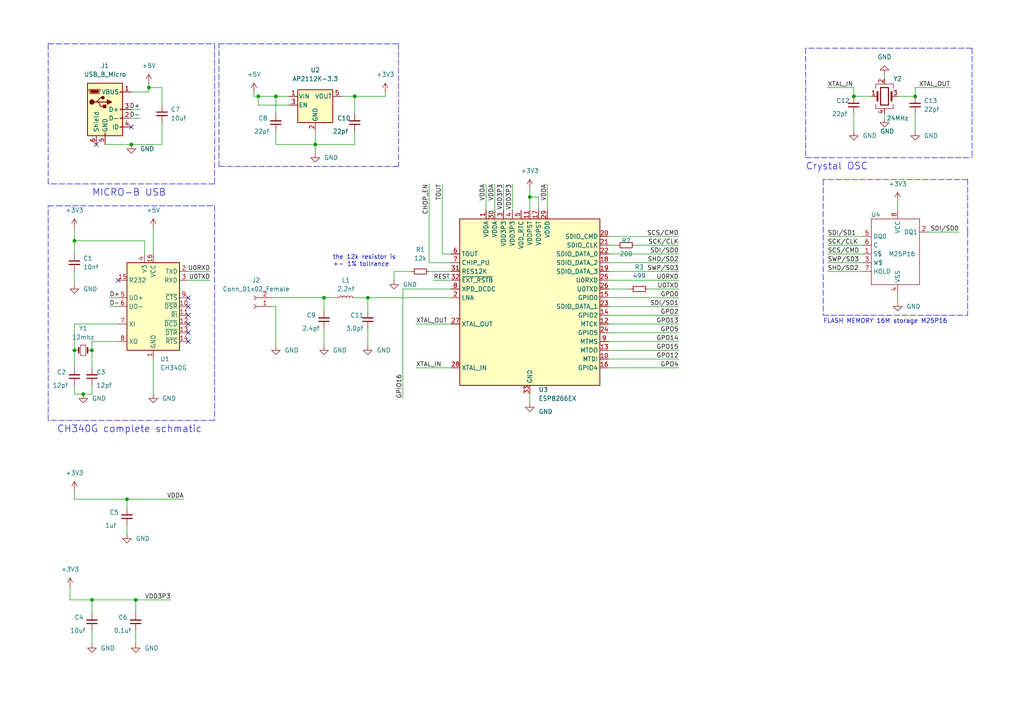
<source format=kicad_sch>
(kicad_sch (version 20211123) (generator eeschema)

  (uuid 9538e4ed-27e6-4c37-b989-9859dc0d49e8)

  (paper "A4")

  (lib_symbols
    (symbol "Connector:Conn_01x02_Female" (pin_names (offset 1.016) hide) (in_bom yes) (on_board yes)
      (property "Reference" "J" (id 0) (at 0 2.54 0)
        (effects (font (size 1.27 1.27)))
      )
      (property "Value" "Conn_01x02_Female" (id 1) (at 0 -5.08 0)
        (effects (font (size 1.27 1.27)))
      )
      (property "Footprint" "" (id 2) (at 0 0 0)
        (effects (font (size 1.27 1.27)) hide)
      )
      (property "Datasheet" "~" (id 3) (at 0 0 0)
        (effects (font (size 1.27 1.27)) hide)
      )
      (property "ki_keywords" "connector" (id 4) (at 0 0 0)
        (effects (font (size 1.27 1.27)) hide)
      )
      (property "ki_description" "Generic connector, single row, 01x02, script generated (kicad-library-utils/schlib/autogen/connector/)" (id 5) (at 0 0 0)
        (effects (font (size 1.27 1.27)) hide)
      )
      (property "ki_fp_filters" "Connector*:*_1x??_*" (id 6) (at 0 0 0)
        (effects (font (size 1.27 1.27)) hide)
      )
      (symbol "Conn_01x02_Female_1_1"
        (arc (start 0 -2.032) (mid -0.508 -2.54) (end 0 -3.048)
          (stroke (width 0.1524) (type default) (color 0 0 0 0))
          (fill (type none))
        )
        (polyline
          (pts
            (xy -1.27 -2.54)
            (xy -0.508 -2.54)
          )
          (stroke (width 0.1524) (type default) (color 0 0 0 0))
          (fill (type none))
        )
        (polyline
          (pts
            (xy -1.27 0)
            (xy -0.508 0)
          )
          (stroke (width 0.1524) (type default) (color 0 0 0 0))
          (fill (type none))
        )
        (arc (start 0 0.508) (mid -0.508 0) (end 0 -0.508)
          (stroke (width 0.1524) (type default) (color 0 0 0 0))
          (fill (type none))
        )
        (pin passive line (at -5.08 0 0) (length 3.81)
          (name "Pin_1" (effects (font (size 1.27 1.27))))
          (number "1" (effects (font (size 1.27 1.27))))
        )
        (pin passive line (at -5.08 -2.54 0) (length 3.81)
          (name "Pin_2" (effects (font (size 1.27 1.27))))
          (number "2" (effects (font (size 1.27 1.27))))
        )
      )
    )
    (symbol "Connector:USB_B_Micro" (pin_names (offset 1.016)) (in_bom yes) (on_board yes)
      (property "Reference" "J" (id 0) (at -5.08 11.43 0)
        (effects (font (size 1.27 1.27)) (justify left))
      )
      (property "Value" "USB_B_Micro" (id 1) (at -5.08 8.89 0)
        (effects (font (size 1.27 1.27)) (justify left))
      )
      (property "Footprint" "" (id 2) (at 3.81 -1.27 0)
        (effects (font (size 1.27 1.27)) hide)
      )
      (property "Datasheet" "~" (id 3) (at 3.81 -1.27 0)
        (effects (font (size 1.27 1.27)) hide)
      )
      (property "ki_keywords" "connector USB micro" (id 4) (at 0 0 0)
        (effects (font (size 1.27 1.27)) hide)
      )
      (property "ki_description" "USB Micro Type B connector" (id 5) (at 0 0 0)
        (effects (font (size 1.27 1.27)) hide)
      )
      (property "ki_fp_filters" "USB*" (id 6) (at 0 0 0)
        (effects (font (size 1.27 1.27)) hide)
      )
      (symbol "USB_B_Micro_0_1"
        (rectangle (start -5.08 -7.62) (end 5.08 7.62)
          (stroke (width 0.254) (type default) (color 0 0 0 0))
          (fill (type background))
        )
        (circle (center -3.81 2.159) (radius 0.635)
          (stroke (width 0.254) (type default) (color 0 0 0 0))
          (fill (type outline))
        )
        (circle (center -0.635 3.429) (radius 0.381)
          (stroke (width 0.254) (type default) (color 0 0 0 0))
          (fill (type outline))
        )
        (rectangle (start -0.127 -7.62) (end 0.127 -6.858)
          (stroke (width 0) (type default) (color 0 0 0 0))
          (fill (type none))
        )
        (polyline
          (pts
            (xy -1.905 2.159)
            (xy 0.635 2.159)
          )
          (stroke (width 0.254) (type default) (color 0 0 0 0))
          (fill (type none))
        )
        (polyline
          (pts
            (xy -3.175 2.159)
            (xy -2.54 2.159)
            (xy -1.27 3.429)
            (xy -0.635 3.429)
          )
          (stroke (width 0.254) (type default) (color 0 0 0 0))
          (fill (type none))
        )
        (polyline
          (pts
            (xy -2.54 2.159)
            (xy -1.905 2.159)
            (xy -1.27 0.889)
            (xy 0 0.889)
          )
          (stroke (width 0.254) (type default) (color 0 0 0 0))
          (fill (type none))
        )
        (polyline
          (pts
            (xy 0.635 2.794)
            (xy 0.635 1.524)
            (xy 1.905 2.159)
            (xy 0.635 2.794)
          )
          (stroke (width 0.254) (type default) (color 0 0 0 0))
          (fill (type outline))
        )
        (polyline
          (pts
            (xy -4.318 5.588)
            (xy -1.778 5.588)
            (xy -2.032 4.826)
            (xy -4.064 4.826)
            (xy -4.318 5.588)
          )
          (stroke (width 0) (type default) (color 0 0 0 0))
          (fill (type outline))
        )
        (polyline
          (pts
            (xy -4.699 5.842)
            (xy -4.699 5.588)
            (xy -4.445 4.826)
            (xy -4.445 4.572)
            (xy -1.651 4.572)
            (xy -1.651 4.826)
            (xy -1.397 5.588)
            (xy -1.397 5.842)
            (xy -4.699 5.842)
          )
          (stroke (width 0) (type default) (color 0 0 0 0))
          (fill (type none))
        )
        (rectangle (start 0.254 1.27) (end -0.508 0.508)
          (stroke (width 0.254) (type default) (color 0 0 0 0))
          (fill (type outline))
        )
        (rectangle (start 5.08 -5.207) (end 4.318 -4.953)
          (stroke (width 0) (type default) (color 0 0 0 0))
          (fill (type none))
        )
        (rectangle (start 5.08 -2.667) (end 4.318 -2.413)
          (stroke (width 0) (type default) (color 0 0 0 0))
          (fill (type none))
        )
        (rectangle (start 5.08 -0.127) (end 4.318 0.127)
          (stroke (width 0) (type default) (color 0 0 0 0))
          (fill (type none))
        )
        (rectangle (start 5.08 4.953) (end 4.318 5.207)
          (stroke (width 0) (type default) (color 0 0 0 0))
          (fill (type none))
        )
      )
      (symbol "USB_B_Micro_1_1"
        (pin power_out line (at 7.62 5.08 180) (length 2.54)
          (name "VBUS" (effects (font (size 1.27 1.27))))
          (number "1" (effects (font (size 1.27 1.27))))
        )
        (pin bidirectional line (at 7.62 -2.54 180) (length 2.54)
          (name "D-" (effects (font (size 1.27 1.27))))
          (number "2" (effects (font (size 1.27 1.27))))
        )
        (pin bidirectional line (at 7.62 0 180) (length 2.54)
          (name "D+" (effects (font (size 1.27 1.27))))
          (number "3" (effects (font (size 1.27 1.27))))
        )
        (pin passive line (at 7.62 -5.08 180) (length 2.54)
          (name "ID" (effects (font (size 1.27 1.27))))
          (number "4" (effects (font (size 1.27 1.27))))
        )
        (pin power_out line (at 0 -10.16 90) (length 2.54)
          (name "GND" (effects (font (size 1.27 1.27))))
          (number "5" (effects (font (size 1.27 1.27))))
        )
        (pin passive line (at -2.54 -10.16 90) (length 2.54)
          (name "Shield" (effects (font (size 1.27 1.27))))
          (number "6" (effects (font (size 1.27 1.27))))
        )
      )
    )
    (symbol "Device:C_Small" (pin_numbers hide) (pin_names (offset 0.254) hide) (in_bom yes) (on_board yes)
      (property "Reference" "C" (id 0) (at 0.254 1.778 0)
        (effects (font (size 1.27 1.27)) (justify left))
      )
      (property "Value" "C_Small" (id 1) (at 0.254 -2.032 0)
        (effects (font (size 1.27 1.27)) (justify left))
      )
      (property "Footprint" "" (id 2) (at 0 0 0)
        (effects (font (size 1.27 1.27)) hide)
      )
      (property "Datasheet" "~" (id 3) (at 0 0 0)
        (effects (font (size 1.27 1.27)) hide)
      )
      (property "ki_keywords" "capacitor cap" (id 4) (at 0 0 0)
        (effects (font (size 1.27 1.27)) hide)
      )
      (property "ki_description" "Unpolarized capacitor, small symbol" (id 5) (at 0 0 0)
        (effects (font (size 1.27 1.27)) hide)
      )
      (property "ki_fp_filters" "C_*" (id 6) (at 0 0 0)
        (effects (font (size 1.27 1.27)) hide)
      )
      (symbol "C_Small_0_1"
        (polyline
          (pts
            (xy -1.524 -0.508)
            (xy 1.524 -0.508)
          )
          (stroke (width 0.3302) (type default) (color 0 0 0 0))
          (fill (type none))
        )
        (polyline
          (pts
            (xy -1.524 0.508)
            (xy 1.524 0.508)
          )
          (stroke (width 0.3048) (type default) (color 0 0 0 0))
          (fill (type none))
        )
      )
      (symbol "C_Small_1_1"
        (pin passive line (at 0 2.54 270) (length 2.032)
          (name "~" (effects (font (size 1.27 1.27))))
          (number "1" (effects (font (size 1.27 1.27))))
        )
        (pin passive line (at 0 -2.54 90) (length 2.032)
          (name "~" (effects (font (size 1.27 1.27))))
          (number "2" (effects (font (size 1.27 1.27))))
        )
      )
    )
    (symbol "Device:Crystal_GND24" (pin_names (offset 1.016) hide) (in_bom yes) (on_board yes)
      (property "Reference" "Y" (id 0) (at 3.175 5.08 0)
        (effects (font (size 1.27 1.27)) (justify left))
      )
      (property "Value" "Crystal_GND24" (id 1) (at 3.175 3.175 0)
        (effects (font (size 1.27 1.27)) (justify left))
      )
      (property "Footprint" "" (id 2) (at 0 0 0)
        (effects (font (size 1.27 1.27)) hide)
      )
      (property "Datasheet" "~" (id 3) (at 0 0 0)
        (effects (font (size 1.27 1.27)) hide)
      )
      (property "ki_keywords" "quartz ceramic resonator oscillator" (id 4) (at 0 0 0)
        (effects (font (size 1.27 1.27)) hide)
      )
      (property "ki_description" "Four pin crystal, GND on pins 2 and 4" (id 5) (at 0 0 0)
        (effects (font (size 1.27 1.27)) hide)
      )
      (property "ki_fp_filters" "Crystal*" (id 6) (at 0 0 0)
        (effects (font (size 1.27 1.27)) hide)
      )
      (symbol "Crystal_GND24_0_1"
        (rectangle (start -1.143 2.54) (end 1.143 -2.54)
          (stroke (width 0.3048) (type default) (color 0 0 0 0))
          (fill (type none))
        )
        (polyline
          (pts
            (xy -2.54 0)
            (xy -2.032 0)
          )
          (stroke (width 0) (type default) (color 0 0 0 0))
          (fill (type none))
        )
        (polyline
          (pts
            (xy -2.032 -1.27)
            (xy -2.032 1.27)
          )
          (stroke (width 0.508) (type default) (color 0 0 0 0))
          (fill (type none))
        )
        (polyline
          (pts
            (xy 0 -3.81)
            (xy 0 -3.556)
          )
          (stroke (width 0) (type default) (color 0 0 0 0))
          (fill (type none))
        )
        (polyline
          (pts
            (xy 0 3.556)
            (xy 0 3.81)
          )
          (stroke (width 0) (type default) (color 0 0 0 0))
          (fill (type none))
        )
        (polyline
          (pts
            (xy 2.032 -1.27)
            (xy 2.032 1.27)
          )
          (stroke (width 0.508) (type default) (color 0 0 0 0))
          (fill (type none))
        )
        (polyline
          (pts
            (xy 2.032 0)
            (xy 2.54 0)
          )
          (stroke (width 0) (type default) (color 0 0 0 0))
          (fill (type none))
        )
        (polyline
          (pts
            (xy -2.54 -2.286)
            (xy -2.54 -3.556)
            (xy 2.54 -3.556)
            (xy 2.54 -2.286)
          )
          (stroke (width 0) (type default) (color 0 0 0 0))
          (fill (type none))
        )
        (polyline
          (pts
            (xy -2.54 2.286)
            (xy -2.54 3.556)
            (xy 2.54 3.556)
            (xy 2.54 2.286)
          )
          (stroke (width 0) (type default) (color 0 0 0 0))
          (fill (type none))
        )
      )
      (symbol "Crystal_GND24_1_1"
        (pin passive line (at -3.81 0 0) (length 1.27)
          (name "1" (effects (font (size 1.27 1.27))))
          (number "1" (effects (font (size 1.27 1.27))))
        )
        (pin passive line (at 0 5.08 270) (length 1.27)
          (name "2" (effects (font (size 1.27 1.27))))
          (number "2" (effects (font (size 1.27 1.27))))
        )
        (pin passive line (at 3.81 0 180) (length 1.27)
          (name "3" (effects (font (size 1.27 1.27))))
          (number "3" (effects (font (size 1.27 1.27))))
        )
        (pin passive line (at 0 -5.08 90) (length 1.27)
          (name "4" (effects (font (size 1.27 1.27))))
          (number "4" (effects (font (size 1.27 1.27))))
        )
      )
    )
    (symbol "Device:Crystal_Small" (pin_numbers hide) (pin_names (offset 1.016) hide) (in_bom yes) (on_board yes)
      (property "Reference" "Y" (id 0) (at 0 2.54 0)
        (effects (font (size 1.27 1.27)))
      )
      (property "Value" "Crystal_Small" (id 1) (at 0 -2.54 0)
        (effects (font (size 1.27 1.27)))
      )
      (property "Footprint" "" (id 2) (at 0 0 0)
        (effects (font (size 1.27 1.27)) hide)
      )
      (property "Datasheet" "~" (id 3) (at 0 0 0)
        (effects (font (size 1.27 1.27)) hide)
      )
      (property "ki_keywords" "quartz ceramic resonator oscillator" (id 4) (at 0 0 0)
        (effects (font (size 1.27 1.27)) hide)
      )
      (property "ki_description" "Two pin crystal, small symbol" (id 5) (at 0 0 0)
        (effects (font (size 1.27 1.27)) hide)
      )
      (property "ki_fp_filters" "Crystal*" (id 6) (at 0 0 0)
        (effects (font (size 1.27 1.27)) hide)
      )
      (symbol "Crystal_Small_0_1"
        (rectangle (start -0.762 -1.524) (end 0.762 1.524)
          (stroke (width 0) (type default) (color 0 0 0 0))
          (fill (type none))
        )
        (polyline
          (pts
            (xy -1.27 -0.762)
            (xy -1.27 0.762)
          )
          (stroke (width 0.381) (type default) (color 0 0 0 0))
          (fill (type none))
        )
        (polyline
          (pts
            (xy 1.27 -0.762)
            (xy 1.27 0.762)
          )
          (stroke (width 0.381) (type default) (color 0 0 0 0))
          (fill (type none))
        )
      )
      (symbol "Crystal_Small_1_1"
        (pin passive line (at -2.54 0 0) (length 1.27)
          (name "1" (effects (font (size 1.27 1.27))))
          (number "1" (effects (font (size 1.27 1.27))))
        )
        (pin passive line (at 2.54 0 180) (length 1.27)
          (name "2" (effects (font (size 1.27 1.27))))
          (number "2" (effects (font (size 1.27 1.27))))
        )
      )
    )
    (symbol "Device:L_Small" (pin_numbers hide) (pin_names (offset 0.254) hide) (in_bom yes) (on_board yes)
      (property "Reference" "L" (id 0) (at 0.762 1.016 0)
        (effects (font (size 1.27 1.27)) (justify left))
      )
      (property "Value" "L_Small" (id 1) (at 0.762 -1.016 0)
        (effects (font (size 1.27 1.27)) (justify left))
      )
      (property "Footprint" "" (id 2) (at 0 0 0)
        (effects (font (size 1.27 1.27)) hide)
      )
      (property "Datasheet" "~" (id 3) (at 0 0 0)
        (effects (font (size 1.27 1.27)) hide)
      )
      (property "ki_keywords" "inductor choke coil reactor magnetic" (id 4) (at 0 0 0)
        (effects (font (size 1.27 1.27)) hide)
      )
      (property "ki_description" "Inductor, small symbol" (id 5) (at 0 0 0)
        (effects (font (size 1.27 1.27)) hide)
      )
      (property "ki_fp_filters" "Choke_* *Coil* Inductor_* L_*" (id 6) (at 0 0 0)
        (effects (font (size 1.27 1.27)) hide)
      )
      (symbol "L_Small_0_1"
        (arc (start 0 -2.032) (mid 0.508 -1.524) (end 0 -1.016)
          (stroke (width 0) (type default) (color 0 0 0 0))
          (fill (type none))
        )
        (arc (start 0 -1.016) (mid 0.508 -0.508) (end 0 0)
          (stroke (width 0) (type default) (color 0 0 0 0))
          (fill (type none))
        )
        (arc (start 0 0) (mid 0.508 0.508) (end 0 1.016)
          (stroke (width 0) (type default) (color 0 0 0 0))
          (fill (type none))
        )
        (arc (start 0 1.016) (mid 0.508 1.524) (end 0 2.032)
          (stroke (width 0) (type default) (color 0 0 0 0))
          (fill (type none))
        )
      )
      (symbol "L_Small_1_1"
        (pin passive line (at 0 2.54 270) (length 0.508)
          (name "~" (effects (font (size 1.27 1.27))))
          (number "1" (effects (font (size 1.27 1.27))))
        )
        (pin passive line (at 0 -2.54 90) (length 0.508)
          (name "~" (effects (font (size 1.27 1.27))))
          (number "2" (effects (font (size 1.27 1.27))))
        )
      )
    )
    (symbol "Device:R_Small" (pin_numbers hide) (pin_names (offset 0.254) hide) (in_bom yes) (on_board yes)
      (property "Reference" "R" (id 0) (at 0.762 0.508 0)
        (effects (font (size 1.27 1.27)) (justify left))
      )
      (property "Value" "R_Small" (id 1) (at 0.762 -1.016 0)
        (effects (font (size 1.27 1.27)) (justify left))
      )
      (property "Footprint" "" (id 2) (at 0 0 0)
        (effects (font (size 1.27 1.27)) hide)
      )
      (property "Datasheet" "~" (id 3) (at 0 0 0)
        (effects (font (size 1.27 1.27)) hide)
      )
      (property "ki_keywords" "R resistor" (id 4) (at 0 0 0)
        (effects (font (size 1.27 1.27)) hide)
      )
      (property "ki_description" "Resistor, small symbol" (id 5) (at 0 0 0)
        (effects (font (size 1.27 1.27)) hide)
      )
      (property "ki_fp_filters" "R_*" (id 6) (at 0 0 0)
        (effects (font (size 1.27 1.27)) hide)
      )
      (symbol "R_Small_0_1"
        (rectangle (start -0.762 1.778) (end 0.762 -1.778)
          (stroke (width 0.2032) (type default) (color 0 0 0 0))
          (fill (type none))
        )
      )
      (symbol "R_Small_1_1"
        (pin passive line (at 0 2.54 270) (length 0.762)
          (name "~" (effects (font (size 1.27 1.27))))
          (number "1" (effects (font (size 1.27 1.27))))
        )
        (pin passive line (at 0 -2.54 90) (length 0.762)
          (name "~" (effects (font (size 1.27 1.27))))
          (number "2" (effects (font (size 1.27 1.27))))
        )
      )
    )
    (symbol "Interface_USB:CH340G" (in_bom yes) (on_board yes)
      (property "Reference" "U" (id 0) (at -5.08 13.97 0)
        (effects (font (size 1.27 1.27)) (justify right))
      )
      (property "Value" "CH340G" (id 1) (at 1.27 13.97 0)
        (effects (font (size 1.27 1.27)) (justify left))
      )
      (property "Footprint" "Package_SO:SOIC-16_3.9x9.9mm_P1.27mm" (id 2) (at 1.27 -13.97 0)
        (effects (font (size 1.27 1.27)) (justify left) hide)
      )
      (property "Datasheet" "http://www.datasheet5.com/pdf-local-2195953" (id 3) (at -8.89 20.32 0)
        (effects (font (size 1.27 1.27)) hide)
      )
      (property "ki_keywords" "USB UART Serial Converter Interface" (id 4) (at 0 0 0)
        (effects (font (size 1.27 1.27)) hide)
      )
      (property "ki_description" "USB serial converter, UART, SOIC-16" (id 5) (at 0 0 0)
        (effects (font (size 1.27 1.27)) hide)
      )
      (property "ki_fp_filters" "SOIC*3.9x9.9mm*P1.27mm*" (id 6) (at 0 0 0)
        (effects (font (size 1.27 1.27)) hide)
      )
      (symbol "CH340G_0_1"
        (rectangle (start -7.62 12.7) (end 7.62 -12.7)
          (stroke (width 0.254) (type default) (color 0 0 0 0))
          (fill (type background))
        )
      )
      (symbol "CH340G_1_1"
        (pin power_in line (at 0 -15.24 90) (length 2.54)
          (name "GND" (effects (font (size 1.27 1.27))))
          (number "1" (effects (font (size 1.27 1.27))))
        )
        (pin input line (at 10.16 0 180) (length 2.54)
          (name "~{DSR}" (effects (font (size 1.27 1.27))))
          (number "10" (effects (font (size 1.27 1.27))))
        )
        (pin input line (at 10.16 -2.54 180) (length 2.54)
          (name "~{RI}" (effects (font (size 1.27 1.27))))
          (number "11" (effects (font (size 1.27 1.27))))
        )
        (pin input line (at 10.16 -5.08 180) (length 2.54)
          (name "~{DCD}" (effects (font (size 1.27 1.27))))
          (number "12" (effects (font (size 1.27 1.27))))
        )
        (pin output line (at 10.16 -7.62 180) (length 2.54)
          (name "~{DTR}" (effects (font (size 1.27 1.27))))
          (number "13" (effects (font (size 1.27 1.27))))
        )
        (pin output line (at 10.16 -10.16 180) (length 2.54)
          (name "~{RTS}" (effects (font (size 1.27 1.27))))
          (number "14" (effects (font (size 1.27 1.27))))
        )
        (pin input line (at -10.16 7.62 0) (length 2.54)
          (name "R232" (effects (font (size 1.27 1.27))))
          (number "15" (effects (font (size 1.27 1.27))))
        )
        (pin power_in line (at 0 15.24 270) (length 2.54)
          (name "VCC" (effects (font (size 1.27 1.27))))
          (number "16" (effects (font (size 1.27 1.27))))
        )
        (pin output line (at 10.16 10.16 180) (length 2.54)
          (name "TXD" (effects (font (size 1.27 1.27))))
          (number "2" (effects (font (size 1.27 1.27))))
        )
        (pin input line (at 10.16 7.62 180) (length 2.54)
          (name "RXD" (effects (font (size 1.27 1.27))))
          (number "3" (effects (font (size 1.27 1.27))))
        )
        (pin passive line (at -2.54 15.24 270) (length 2.54)
          (name "V3" (effects (font (size 1.27 1.27))))
          (number "4" (effects (font (size 1.27 1.27))))
        )
        (pin bidirectional line (at -10.16 2.54 0) (length 2.54)
          (name "UD+" (effects (font (size 1.27 1.27))))
          (number "5" (effects (font (size 1.27 1.27))))
        )
        (pin bidirectional line (at -10.16 0 0) (length 2.54)
          (name "UD-" (effects (font (size 1.27 1.27))))
          (number "6" (effects (font (size 1.27 1.27))))
        )
        (pin input line (at -10.16 -5.08 0) (length 2.54)
          (name "XI" (effects (font (size 1.27 1.27))))
          (number "7" (effects (font (size 1.27 1.27))))
        )
        (pin output line (at -10.16 -10.16 0) (length 2.54)
          (name "XO" (effects (font (size 1.27 1.27))))
          (number "8" (effects (font (size 1.27 1.27))))
        )
        (pin input line (at 10.16 2.54 180) (length 2.54)
          (name "~{CTS}" (effects (font (size 1.27 1.27))))
          (number "9" (effects (font (size 1.27 1.27))))
        )
      )
    )
    (symbol "M25P16_1" (in_bom yes) (on_board yes)
      (property "Reference" "U" (id 0) (at -6.35 11.43 0)
        (effects (font (size 1.27 1.27)))
      )
      (property "Value" "M25P16_1" (id 1) (at 8.89 -7.62 0)
        (effects (font (size 1.27 1.27)))
      )
      (property "Footprint" "" (id 2) (at 0 2.54 0)
        (effects (font (size 1.27 1.27)) hide)
      )
      (property "Datasheet" "" (id 3) (at 0 2.54 0)
        (effects (font (size 1.27 1.27)) hide)
      )
      (symbol "M25P16_1_0_1"
        (rectangle (start -8.89 -2.54) (end -8.89 -8.89)
          (stroke (width 0) (type default) (color 0 0 0 0))
          (fill (type none))
        )
        (rectangle (start -8.89 7.62) (end -8.89 -2.54)
          (stroke (width 0) (type default) (color 0 0 0 0))
          (fill (type none))
        )
        (rectangle (start -8.89 10.16) (end -8.89 7.62)
          (stroke (width 0) (type default) (color 0 0 0 0))
          (fill (type none))
        )
        (rectangle (start -3.81 -8.89) (end -8.89 -8.89)
          (stroke (width 0) (type default) (color 0 0 0 0))
          (fill (type none))
        )
        (rectangle (start -3.81 -8.89) (end 5.08 -8.89)
          (stroke (width 0) (type default) (color 0 0 0 0))
          (fill (type none))
        )
        (rectangle (start -3.81 10.16) (end -8.89 10.16)
          (stroke (width 0) (type default) (color 0 0 0 0))
          (fill (type none))
        )
        (rectangle (start 5.08 -2.54) (end 5.08 -8.89)
          (stroke (width 0) (type default) (color 0 0 0 0))
          (fill (type none))
        )
        (rectangle (start 5.08 7.62) (end 5.08 -2.54)
          (stroke (width 0) (type default) (color 0 0 0 0))
          (fill (type none))
        )
        (rectangle (start 5.08 10.16) (end -3.81 10.16)
          (stroke (width 0) (type default) (color 0 0 0 0))
          (fill (type none))
        )
        (rectangle (start 5.08 10.16) (end 5.08 7.62)
          (stroke (width 0) (type default) (color 0 0 0 0))
          (fill (type none))
        )
      )
      (symbol "M25P16_1_1_1"
        (pin input line (at -11.43 0 0) (length 2.54)
          (name "S$" (effects (font (size 1.27 1.27))))
          (number "1" (effects (font (size 1.27 1.27))))
        )
        (pin output line (at 7.62 6.35 180) (length 2.54)
          (name "DQ1" (effects (font (size 1.27 1.27))))
          (number "2" (effects (font (size 1.27 1.27))))
        )
        (pin input line (at -11.43 -2.54 0) (length 2.54)
          (name "W$" (effects (font (size 1.27 1.27))))
          (number "3" (effects (font (size 1.27 1.27))))
        )
        (pin power_in line (at -1.27 -11.43 90) (length 2.54)
          (name "VSS" (effects (font (size 1.27 1.27))))
          (number "4" (effects (font (size 1.27 1.27))))
        )
        (pin input line (at -11.43 5.08 0) (length 2.54)
          (name "DQ0" (effects (font (size 1.27 1.27))))
          (number "5" (effects (font (size 1.27 1.27))))
        )
        (pin input line (at -11.43 2.54 0) (length 2.54)
          (name "C" (effects (font (size 1.27 1.27))))
          (number "6" (effects (font (size 1.27 1.27))))
        )
        (pin input line (at -11.43 -5.08 0) (length 2.54)
          (name "HOLD" (effects (font (size 1.27 1.27))))
          (number "7" (effects (font (size 1.27 1.27))))
        )
        (pin input line (at -1.27 12.7 270) (length 2.54)
          (name "VCC" (effects (font (size 1.27 1.27))))
          (number "8" (effects (font (size 1.27 1.27))))
        )
      )
    )
    (symbol "MCU_Espressif:ESP8266EX" (in_bom yes) (on_board yes)
      (property "Reference" "U" (id 0) (at 0 2.54 0)
        (effects (font (size 1.27 1.27)))
      )
      (property "Value" "ESP8266EX" (id 1) (at 0 -2.54 0)
        (effects (font (size 1.27 1.27)))
      )
      (property "Footprint" "Package_DFN_QFN:QFN-32-1EP_5x5mm_P0.5mm_EP3.45x3.45mm" (id 2) (at 0 -33.02 0)
        (effects (font (size 1.27 1.27)) hide)
      )
      (property "Datasheet" "http://espressif.com/sites/default/files/documentation/0a-esp8266ex_datasheet_en.pdf" (id 3) (at 2.54 -33.02 0)
        (effects (font (size 1.27 1.27)) hide)
      )
      (property "ki_keywords" "wifi soc" (id 4) (at 0 0 0)
        (effects (font (size 1.27 1.27)) hide)
      )
      (property "ki_description" "Highly integrated Wi-Fi SoC, QFN-32" (id 5) (at 0 0 0)
        (effects (font (size 1.27 1.27)) hide)
      )
      (property "ki_fp_filters" "QFN*1EP*5x5mm*P0.5mm*" (id 6) (at 0 0 0)
        (effects (font (size 1.27 1.27)) hide)
      )
      (symbol "ESP8266EX_0_1"
        (rectangle (start -20.32 22.86) (end 20.32 -25.4)
          (stroke (width 0.254) (type default) (color 0 0 0 0))
          (fill (type background))
        )
      )
      (symbol "ESP8266EX_1_1"
        (pin power_in line (at -12.7 25.4 270) (length 2.54)
          (name "VDDA" (effects (font (size 1.27 1.27))))
          (number "1" (effects (font (size 1.27 1.27))))
        )
        (pin bidirectional line (at 22.86 -17.78 180) (length 2.54)
          (name "MTDI" (effects (font (size 1.27 1.27))))
          (number "10" (effects (font (size 1.27 1.27))))
        )
        (pin power_in line (at 0 25.4 270) (length 2.54)
          (name "VDDPST" (effects (font (size 1.27 1.27))))
          (number "11" (effects (font (size 1.27 1.27))))
        )
        (pin bidirectional line (at 22.86 -7.62 180) (length 2.54)
          (name "MTCK" (effects (font (size 1.27 1.27))))
          (number "12" (effects (font (size 1.27 1.27))))
        )
        (pin bidirectional line (at 22.86 -15.24 180) (length 2.54)
          (name "MTDO" (effects (font (size 1.27 1.27))))
          (number "13" (effects (font (size 1.27 1.27))))
        )
        (pin bidirectional line (at 22.86 -5.08 180) (length 2.54)
          (name "GPIO2" (effects (font (size 1.27 1.27))))
          (number "14" (effects (font (size 1.27 1.27))))
        )
        (pin bidirectional line (at 22.86 0 180) (length 2.54)
          (name "GPIO0" (effects (font (size 1.27 1.27))))
          (number "15" (effects (font (size 1.27 1.27))))
        )
        (pin bidirectional line (at 22.86 -20.32 180) (length 2.54)
          (name "GPIO4" (effects (font (size 1.27 1.27))))
          (number "16" (effects (font (size 1.27 1.27))))
        )
        (pin power_in line (at 2.54 25.4 270) (length 2.54)
          (name "VDDPST" (effects (font (size 1.27 1.27))))
          (number "17" (effects (font (size 1.27 1.27))))
        )
        (pin bidirectional line (at 22.86 10.16 180) (length 2.54)
          (name "SDIO_DATA_2" (effects (font (size 1.27 1.27))))
          (number "18" (effects (font (size 1.27 1.27))))
        )
        (pin bidirectional line (at 22.86 7.62 180) (length 2.54)
          (name "SDIO_DATA_3" (effects (font (size 1.27 1.27))))
          (number "19" (effects (font (size 1.27 1.27))))
        )
        (pin bidirectional line (at -22.86 0 0) (length 2.54)
          (name "LNA" (effects (font (size 1.27 1.27))))
          (number "2" (effects (font (size 1.27 1.27))))
        )
        (pin bidirectional line (at 22.86 17.78 180) (length 2.54)
          (name "SDIO_CMD" (effects (font (size 1.27 1.27))))
          (number "20" (effects (font (size 1.27 1.27))))
        )
        (pin bidirectional line (at 22.86 15.24 180) (length 2.54)
          (name "SDIO_CLK" (effects (font (size 1.27 1.27))))
          (number "21" (effects (font (size 1.27 1.27))))
        )
        (pin bidirectional line (at 22.86 12.7 180) (length 2.54)
          (name "SDIO_DATA_0" (effects (font (size 1.27 1.27))))
          (number "22" (effects (font (size 1.27 1.27))))
        )
        (pin bidirectional line (at 22.86 -2.54 180) (length 2.54)
          (name "SDIO_DATA_1" (effects (font (size 1.27 1.27))))
          (number "23" (effects (font (size 1.27 1.27))))
        )
        (pin bidirectional line (at 22.86 -10.16 180) (length 2.54)
          (name "GPIO5" (effects (font (size 1.27 1.27))))
          (number "24" (effects (font (size 1.27 1.27))))
        )
        (pin bidirectional line (at 22.86 5.08 180) (length 2.54)
          (name "U0RXD" (effects (font (size 1.27 1.27))))
          (number "25" (effects (font (size 1.27 1.27))))
        )
        (pin bidirectional line (at 22.86 2.54 180) (length 2.54)
          (name "U0TXD" (effects (font (size 1.27 1.27))))
          (number "26" (effects (font (size 1.27 1.27))))
        )
        (pin bidirectional line (at -22.86 -7.62 0) (length 2.54)
          (name "XTAL_OUT" (effects (font (size 1.27 1.27))))
          (number "27" (effects (font (size 1.27 1.27))))
        )
        (pin bidirectional line (at -22.86 -20.32 0) (length 2.54)
          (name "XTAL_IN" (effects (font (size 1.27 1.27))))
          (number "28" (effects (font (size 1.27 1.27))))
        )
        (pin power_in line (at 5.08 25.4 270) (length 2.54)
          (name "VDDD" (effects (font (size 1.27 1.27))))
          (number "29" (effects (font (size 1.27 1.27))))
        )
        (pin power_in line (at -7.62 25.4 270) (length 2.54)
          (name "VDD3P3" (effects (font (size 1.27 1.27))))
          (number "3" (effects (font (size 1.27 1.27))))
        )
        (pin power_in line (at -10.16 25.4 270) (length 2.54)
          (name "VDDA" (effects (font (size 1.27 1.27))))
          (number "30" (effects (font (size 1.27 1.27))))
        )
        (pin input line (at -22.86 7.62 0) (length 2.54)
          (name "RES12K" (effects (font (size 1.27 1.27))))
          (number "31" (effects (font (size 1.27 1.27))))
        )
        (pin input line (at -22.86 5.08 0) (length 2.54)
          (name "~{EXT_RSTB}" (effects (font (size 1.27 1.27))))
          (number "32" (effects (font (size 1.27 1.27))))
        )
        (pin power_in line (at 0 -27.94 90) (length 2.54)
          (name "GND" (effects (font (size 1.27 1.27))))
          (number "33" (effects (font (size 1.27 1.27))))
        )
        (pin power_in line (at -5.08 25.4 270) (length 2.54)
          (name "VDD3P3" (effects (font (size 1.27 1.27))))
          (number "4" (effects (font (size 1.27 1.27))))
        )
        (pin power_in line (at -2.54 25.4 270) (length 2.54)
          (name "VDD_RTC" (effects (font (size 1.27 1.27))))
          (number "5" (effects (font (size 1.27 1.27))))
        )
        (pin input line (at -22.86 12.7 0) (length 2.54)
          (name "TOUT" (effects (font (size 1.27 1.27))))
          (number "6" (effects (font (size 1.27 1.27))))
        )
        (pin input line (at -22.86 10.16 0) (length 2.54)
          (name "CHIP_PU" (effects (font (size 1.27 1.27))))
          (number "7" (effects (font (size 1.27 1.27))))
        )
        (pin bidirectional line (at -22.86 2.54 0) (length 2.54)
          (name "XPD_DCDC" (effects (font (size 1.27 1.27))))
          (number "8" (effects (font (size 1.27 1.27))))
        )
        (pin bidirectional line (at 22.86 -12.7 180) (length 2.54)
          (name "MTMS" (effects (font (size 1.27 1.27))))
          (number "9" (effects (font (size 1.27 1.27))))
        )
      )
    )
    (symbol "Regulator_Linear:AP2112K-3.3" (pin_names (offset 0.254)) (in_bom yes) (on_board yes)
      (property "Reference" "U" (id 0) (at -5.08 5.715 0)
        (effects (font (size 1.27 1.27)) (justify left))
      )
      (property "Value" "AP2112K-3.3" (id 1) (at 0 5.715 0)
        (effects (font (size 1.27 1.27)) (justify left))
      )
      (property "Footprint" "Package_TO_SOT_SMD:SOT-23-5" (id 2) (at 0 8.255 0)
        (effects (font (size 1.27 1.27)) hide)
      )
      (property "Datasheet" "https://www.diodes.com/assets/Datasheets/AP2112.pdf" (id 3) (at 0 2.54 0)
        (effects (font (size 1.27 1.27)) hide)
      )
      (property "ki_keywords" "linear regulator ldo fixed positive" (id 4) (at 0 0 0)
        (effects (font (size 1.27 1.27)) hide)
      )
      (property "ki_description" "600mA low dropout linear regulator, with enable pin, 3.8V-6V input voltage range, 3.3V fixed positive output, SOT-23-5" (id 5) (at 0 0 0)
        (effects (font (size 1.27 1.27)) hide)
      )
      (property "ki_fp_filters" "SOT?23?5*" (id 6) (at 0 0 0)
        (effects (font (size 1.27 1.27)) hide)
      )
      (symbol "AP2112K-3.3_0_1"
        (rectangle (start -5.08 4.445) (end 5.08 -5.08)
          (stroke (width 0.254) (type default) (color 0 0 0 0))
          (fill (type background))
        )
      )
      (symbol "AP2112K-3.3_1_1"
        (pin power_in line (at -7.62 2.54 0) (length 2.54)
          (name "VIN" (effects (font (size 1.27 1.27))))
          (number "1" (effects (font (size 1.27 1.27))))
        )
        (pin power_in line (at 0 -7.62 90) (length 2.54)
          (name "GND" (effects (font (size 1.27 1.27))))
          (number "2" (effects (font (size 1.27 1.27))))
        )
        (pin input line (at -7.62 0 0) (length 2.54)
          (name "EN" (effects (font (size 1.27 1.27))))
          (number "3" (effects (font (size 1.27 1.27))))
        )
        (pin no_connect line (at 5.08 0 180) (length 2.54) hide
          (name "NC" (effects (font (size 1.27 1.27))))
          (number "4" (effects (font (size 1.27 1.27))))
        )
        (pin power_out line (at 7.62 2.54 180) (length 2.54)
          (name "VOUT" (effects (font (size 1.27 1.27))))
          (number "5" (effects (font (size 1.27 1.27))))
        )
      )
    )
    (symbol "power:+3.3V" (power) (pin_names (offset 0)) (in_bom yes) (on_board yes)
      (property "Reference" "#PWR" (id 0) (at 0 -3.81 0)
        (effects (font (size 1.27 1.27)) hide)
      )
      (property "Value" "+3.3V" (id 1) (at 0 3.556 0)
        (effects (font (size 1.27 1.27)))
      )
      (property "Footprint" "" (id 2) (at 0 0 0)
        (effects (font (size 1.27 1.27)) hide)
      )
      (property "Datasheet" "" (id 3) (at 0 0 0)
        (effects (font (size 1.27 1.27)) hide)
      )
      (property "ki_keywords" "power-flag" (id 4) (at 0 0 0)
        (effects (font (size 1.27 1.27)) hide)
      )
      (property "ki_description" "Power symbol creates a global label with name \"+3.3V\"" (id 5) (at 0 0 0)
        (effects (font (size 1.27 1.27)) hide)
      )
      (symbol "+3.3V_0_1"
        (polyline
          (pts
            (xy -0.762 1.27)
            (xy 0 2.54)
          )
          (stroke (width 0) (type default) (color 0 0 0 0))
          (fill (type none))
        )
        (polyline
          (pts
            (xy 0 0)
            (xy 0 2.54)
          )
          (stroke (width 0) (type default) (color 0 0 0 0))
          (fill (type none))
        )
        (polyline
          (pts
            (xy 0 2.54)
            (xy 0.762 1.27)
          )
          (stroke (width 0) (type default) (color 0 0 0 0))
          (fill (type none))
        )
      )
      (symbol "+3.3V_1_1"
        (pin power_in line (at 0 0 90) (length 0) hide
          (name "+3V3" (effects (font (size 1.27 1.27))))
          (number "1" (effects (font (size 1.27 1.27))))
        )
      )
    )
    (symbol "power:+5V" (power) (pin_names (offset 0)) (in_bom yes) (on_board yes)
      (property "Reference" "#PWR" (id 0) (at 0 -3.81 0)
        (effects (font (size 1.27 1.27)) hide)
      )
      (property "Value" "+5V" (id 1) (at 0 3.556 0)
        (effects (font (size 1.27 1.27)))
      )
      (property "Footprint" "" (id 2) (at 0 0 0)
        (effects (font (size 1.27 1.27)) hide)
      )
      (property "Datasheet" "" (id 3) (at 0 0 0)
        (effects (font (size 1.27 1.27)) hide)
      )
      (property "ki_keywords" "power-flag" (id 4) (at 0 0 0)
        (effects (font (size 1.27 1.27)) hide)
      )
      (property "ki_description" "Power symbol creates a global label with name \"+5V\"" (id 5) (at 0 0 0)
        (effects (font (size 1.27 1.27)) hide)
      )
      (symbol "+5V_0_1"
        (polyline
          (pts
            (xy -0.762 1.27)
            (xy 0 2.54)
          )
          (stroke (width 0) (type default) (color 0 0 0 0))
          (fill (type none))
        )
        (polyline
          (pts
            (xy 0 0)
            (xy 0 2.54)
          )
          (stroke (width 0) (type default) (color 0 0 0 0))
          (fill (type none))
        )
        (polyline
          (pts
            (xy 0 2.54)
            (xy 0.762 1.27)
          )
          (stroke (width 0) (type default) (color 0 0 0 0))
          (fill (type none))
        )
      )
      (symbol "+5V_1_1"
        (pin power_in line (at 0 0 90) (length 0) hide
          (name "+5V" (effects (font (size 1.27 1.27))))
          (number "1" (effects (font (size 1.27 1.27))))
        )
      )
    )
    (symbol "power:GND" (power) (pin_names (offset 0)) (in_bom yes) (on_board yes)
      (property "Reference" "#PWR" (id 0) (at 0 -6.35 0)
        (effects (font (size 1.27 1.27)) hide)
      )
      (property "Value" "GND" (id 1) (at 0 -3.81 0)
        (effects (font (size 1.27 1.27)))
      )
      (property "Footprint" "" (id 2) (at 0 0 0)
        (effects (font (size 1.27 1.27)) hide)
      )
      (property "Datasheet" "" (id 3) (at 0 0 0)
        (effects (font (size 1.27 1.27)) hide)
      )
      (property "ki_keywords" "power-flag" (id 4) (at 0 0 0)
        (effects (font (size 1.27 1.27)) hide)
      )
      (property "ki_description" "Power symbol creates a global label with name \"GND\" , ground" (id 5) (at 0 0 0)
        (effects (font (size 1.27 1.27)) hide)
      )
      (symbol "GND_0_1"
        (polyline
          (pts
            (xy 0 0)
            (xy 0 -1.27)
            (xy 1.27 -1.27)
            (xy 0 -2.54)
            (xy -1.27 -1.27)
            (xy 0 -1.27)
          )
          (stroke (width 0) (type default) (color 0 0 0 0))
          (fill (type none))
        )
      )
      (symbol "GND_1_1"
        (pin power_in line (at 0 0 270) (length 0) hide
          (name "GND" (effects (font (size 1.27 1.27))))
          (number "1" (effects (font (size 1.27 1.27))))
        )
      )
    )
  )

  (junction (at 43.18 25.4) (diameter 0) (color 0 0 0 0)
    (uuid 020c6564-da7c-41a2-a7c4-0679f6cde69d)
  )
  (junction (at 102.87 27.94) (diameter 0) (color 0 0 0 0)
    (uuid 029d32a5-cc7f-40e5-b818-492dd9b37a78)
  )
  (junction (at 153.67 57.15) (diameter 0) (color 0 0 0 0)
    (uuid 07fc7a9e-89ee-4af7-ba83-032f8601acd8)
  )
  (junction (at 91.44 41.91) (diameter 0) (color 0 0 0 0)
    (uuid 0d550df7-43f6-4cc6-9585-accf73fce7c2)
  )
  (junction (at 24.13 114.3) (diameter 0) (color 0 0 0 0)
    (uuid 0e3c8d6c-1e90-4455-9dcc-9fc1bbb9e001)
  )
  (junction (at 26.67 101.6) (diameter 0) (color 0 0 0 0)
    (uuid 18adeb94-05fb-4d99-bee1-6167ec422913)
  )
  (junction (at 39.37 173.99) (diameter 0) (color 0 0 0 0)
    (uuid 1e08e2e2-ac90-4000-8ecd-2329697d22d3)
  )
  (junction (at 38.1 41.91) (diameter 0) (color 0 0 0 0)
    (uuid 61e77087-f9e0-43a3-86b4-ab13e62c2408)
  )
  (junction (at 265.43 27.94) (diameter 0) (color 0 0 0 0)
    (uuid 8db920dc-6c09-47ff-88bd-022f65597813)
  )
  (junction (at 80.01 27.94) (diameter 0) (color 0 0 0 0)
    (uuid abff787d-8a32-43df-a341-2e9337dd0d27)
  )
  (junction (at 93.98 86.36) (diameter 0) (color 0 0 0 0)
    (uuid acb85103-744b-4b6d-959a-6c476e4d0454)
  )
  (junction (at 26.67 173.99) (diameter 0) (color 0 0 0 0)
    (uuid bb33d267-45f6-41b8-b05e-d1ba7c3c8b6a)
  )
  (junction (at 21.59 101.6) (diameter 0) (color 0 0 0 0)
    (uuid ce7cb119-1df8-42ef-b2f2-2dae443be651)
  )
  (junction (at 106.68 86.36) (diameter 0) (color 0 0 0 0)
    (uuid d0b51109-b9e2-449e-b4b9-bfb29dc853c6)
  )
  (junction (at 74.93 27.94) (diameter 0) (color 0 0 0 0)
    (uuid d8abba52-65c9-45c8-980b-fddee070fc85)
  )
  (junction (at 247.65 27.94) (diameter 0) (color 0 0 0 0)
    (uuid eb5440ba-8bf4-431b-819e-dfbd4b5bbccf)
  )
  (junction (at 21.59 69.85) (diameter 0) (color 0 0 0 0)
    (uuid ef8d3e07-6583-4c5d-b473-676b074c9d7e)
  )
  (junction (at 36.83 144.78) (diameter 0) (color 0 0 0 0)
    (uuid fd93eb9f-1fed-42cd-9ba6-2a36878e327e)
  )

  (no_connect (at 54.61 99.06) (uuid 493033ab-60c1-4545-9f7b-83b16450a527))
  (no_connect (at 54.61 93.98) (uuid 493033ab-60c1-4545-9f7b-83b16450a528))
  (no_connect (at 54.61 86.36) (uuid 493033ab-60c1-4545-9f7b-83b16450a529))
  (no_connect (at 54.61 96.52) (uuid 493033ab-60c1-4545-9f7b-83b16450a52a))
  (no_connect (at 54.61 88.9) (uuid 493033ab-60c1-4545-9f7b-83b16450a52b))
  (no_connect (at 54.61 91.44) (uuid 493033ab-60c1-4545-9f7b-83b16450a52c))
  (no_connect (at 34.29 81.28) (uuid 493033ab-60c1-4545-9f7b-83b16450a52d))
  (no_connect (at 38.1 36.83) (uuid 9c782d89-cac4-4860-9f43-3f7b7cd6027c))
  (no_connect (at 27.94 41.91) (uuid fe79aba0-3245-438c-957e-fb57c1349232))

  (wire (pts (xy 256.54 21.59) (xy 256.54 22.86))
    (stroke (width 0) (type default) (color 0 0 0 0))
    (uuid 0220b3c5-3933-430c-9a95-3250361c369c)
  )
  (wire (pts (xy 54.61 81.28) (xy 60.96 81.28))
    (stroke (width 0) (type default) (color 0 0 0 0))
    (uuid 02dcb8e3-f451-4f24-a3f3-f266079c76ab)
  )
  (wire (pts (xy 140.97 53.34) (xy 140.97 60.96))
    (stroke (width 0) (type default) (color 0 0 0 0))
    (uuid 0329afdd-360a-4027-bd4a-7cd86df65f93)
  )
  (polyline (pts (xy 13.97 121.92) (xy 13.97 59.69))
    (stroke (width 0) (type default) (color 0 0 0 0))
    (uuid 0470f6f8-3373-4410-9688-3749de7c241a)
  )

  (wire (pts (xy 34.29 93.98) (xy 21.59 93.98))
    (stroke (width 0) (type default) (color 0 0 0 0))
    (uuid 060f42a5-72e7-4439-9301-17abbefe4748)
  )
  (wire (pts (xy 36.83 144.78) (xy 36.83 147.32))
    (stroke (width 0) (type default) (color 0 0 0 0))
    (uuid 06afcd14-9829-4976-9807-b8f8e2fd0bd6)
  )
  (wire (pts (xy 26.67 182.88) (xy 26.67 186.69))
    (stroke (width 0) (type default) (color 0 0 0 0))
    (uuid 099c05b1-1558-40c8-8e0d-2c3305039d84)
  )
  (wire (pts (xy 106.68 95.25) (xy 106.68 100.33))
    (stroke (width 0) (type default) (color 0 0 0 0))
    (uuid 0b728e72-e2fa-49cf-92dd-34dbab2123fa)
  )
  (wire (pts (xy 176.53 106.68) (xy 196.85 106.68))
    (stroke (width 0) (type default) (color 0 0 0 0))
    (uuid 0c17b2cb-08ce-445a-b697-4cad26ac7b94)
  )
  (wire (pts (xy 83.82 30.48) (xy 74.93 30.48))
    (stroke (width 0) (type default) (color 0 0 0 0))
    (uuid 0c65dffb-a4e8-4d1f-bec6-3f3486c0e2a1)
  )
  (wire (pts (xy 124.46 78.74) (xy 130.81 78.74))
    (stroke (width 0) (type default) (color 0 0 0 0))
    (uuid 0e78bf3f-beb4-4ba3-8310-a64649497a96)
  )
  (wire (pts (xy 21.59 114.3) (xy 24.13 114.3))
    (stroke (width 0) (type default) (color 0 0 0 0))
    (uuid 1027088e-6ecf-4c1d-96e7-bb419771fab6)
  )
  (wire (pts (xy 240.03 25.4) (xy 247.65 25.4))
    (stroke (width 0) (type default) (color 0 0 0 0))
    (uuid 10935d27-11b4-4fa6-8e6d-0402328504f2)
  )
  (wire (pts (xy 176.53 93.98) (xy 196.85 93.98))
    (stroke (width 0) (type default) (color 0 0 0 0))
    (uuid 10dc4b1d-885c-4e52-a6af-86e2bed764c5)
  )
  (wire (pts (xy 91.44 41.91) (xy 91.44 44.45))
    (stroke (width 0) (type default) (color 0 0 0 0))
    (uuid 125532e7-42dd-4c0f-8aeb-8be549411067)
  )
  (wire (pts (xy 176.53 104.14) (xy 196.85 104.14))
    (stroke (width 0) (type default) (color 0 0 0 0))
    (uuid 12e9447b-30cc-41df-8ef0-95d08a74858b)
  )
  (wire (pts (xy 240.03 71.12) (xy 250.19 71.12))
    (stroke (width 0) (type default) (color 0 0 0 0))
    (uuid 1769cd76-5425-4f33-9f09-f1b4793d1923)
  )
  (wire (pts (xy 148.59 53.34) (xy 148.59 60.96))
    (stroke (width 0) (type default) (color 0 0 0 0))
    (uuid 18e8407d-79b8-4130-b054-82cb3b951ccc)
  )
  (polyline (pts (xy 238.76 91.44) (xy 280.67 91.44))
    (stroke (width 0) (type default) (color 0 0 0 0))
    (uuid 1a6f8238-a267-4d52-9e20-65c072a57ea9)
  )

  (wire (pts (xy 102.87 27.94) (xy 111.76 27.94))
    (stroke (width 0) (type default) (color 0 0 0 0))
    (uuid 1bad9ab0-43f2-420b-830a-f506cfede6f6)
  )
  (wire (pts (xy 80.01 27.94) (xy 74.93 27.94))
    (stroke (width 0) (type default) (color 0 0 0 0))
    (uuid 1bb19e3c-e395-40ec-8b0e-6ff83cbf1ac9)
  )
  (wire (pts (xy 26.67 173.99) (xy 39.37 173.99))
    (stroke (width 0) (type default) (color 0 0 0 0))
    (uuid 1bc16062-79ef-4eec-b087-d2d3c4604468)
  )
  (wire (pts (xy 46.99 30.48) (xy 46.99 25.4))
    (stroke (width 0) (type default) (color 0 0 0 0))
    (uuid 1d7679c7-6b9a-4779-aad7-34169a35bb50)
  )
  (polyline (pts (xy 63.5 12.7) (xy 115.57 12.7))
    (stroke (width 0) (type default) (color 0 0 0 0))
    (uuid 1da82375-684a-4f3f-a8e9-c5d95d5730dd)
  )

  (wire (pts (xy 91.44 41.91) (xy 80.01 41.91))
    (stroke (width 0) (type default) (color 0 0 0 0))
    (uuid 1e26466f-5d65-40e5-9a26-52cb11f30d47)
  )
  (wire (pts (xy 146.05 53.34) (xy 146.05 60.96))
    (stroke (width 0) (type default) (color 0 0 0 0))
    (uuid 22613d29-a424-425d-8152-2f3a576d2b7b)
  )
  (wire (pts (xy 256.54 33.02) (xy 256.54 34.29))
    (stroke (width 0) (type default) (color 0 0 0 0))
    (uuid 255ede18-d602-4f90-8c91-4c8d7b37dd9f)
  )
  (wire (pts (xy 156.21 60.96) (xy 156.21 57.15))
    (stroke (width 0) (type default) (color 0 0 0 0))
    (uuid 2641408c-cd8b-4c76-9333-d5f79398ebb1)
  )
  (wire (pts (xy 93.98 95.25) (xy 93.98 100.33))
    (stroke (width 0) (type default) (color 0 0 0 0))
    (uuid 280abadf-d7d0-470c-8f52-5385af0b3bb2)
  )
  (wire (pts (xy 21.59 144.78) (xy 21.59 142.24))
    (stroke (width 0) (type default) (color 0 0 0 0))
    (uuid 2ad3225d-ac0c-45db-8ccb-a3ff9af15519)
  )
  (wire (pts (xy 54.61 78.74) (xy 60.96 78.74))
    (stroke (width 0) (type default) (color 0 0 0 0))
    (uuid 2ae42398-6c29-43fd-a69b-1fdb739a259b)
  )
  (wire (pts (xy 83.82 27.94) (xy 80.01 27.94))
    (stroke (width 0) (type default) (color 0 0 0 0))
    (uuid 2b629de8-a7b0-4d67-9b54-0b345dff9c5a)
  )
  (wire (pts (xy 119.38 78.74) (xy 114.3 78.74))
    (stroke (width 0) (type default) (color 0 0 0 0))
    (uuid 2b94d85f-07f8-4514-baac-c94977a7b64b)
  )
  (wire (pts (xy 153.67 57.15) (xy 156.21 57.15))
    (stroke (width 0) (type default) (color 0 0 0 0))
    (uuid 2dddd2aa-df28-4aeb-9026-71522388f087)
  )
  (wire (pts (xy 102.87 41.91) (xy 91.44 41.91))
    (stroke (width 0) (type default) (color 0 0 0 0))
    (uuid 3336b1d1-c8aa-49d6-a5f1-ac1467510503)
  )
  (wire (pts (xy 176.53 88.9) (xy 196.85 88.9))
    (stroke (width 0) (type default) (color 0 0 0 0))
    (uuid 333e2e5a-0382-4e3c-9d88-3dbaba7eda50)
  )
  (wire (pts (xy 21.59 69.85) (xy 21.59 73.66))
    (stroke (width 0) (type default) (color 0 0 0 0))
    (uuid 34a97abb-9105-4ea1-827e-4fa7bedd987f)
  )
  (wire (pts (xy 38.1 41.91) (xy 46.99 41.91))
    (stroke (width 0) (type default) (color 0 0 0 0))
    (uuid 360d4fff-6f4d-4a93-889b-6928f95144f1)
  )
  (wire (pts (xy 102.87 86.36) (xy 106.68 86.36))
    (stroke (width 0) (type default) (color 0 0 0 0))
    (uuid 38269037-6980-4e47-8177-98d5c2105717)
  )
  (wire (pts (xy 260.35 85.09) (xy 260.35 87.63))
    (stroke (width 0) (type default) (color 0 0 0 0))
    (uuid 3c2d717e-b783-4f40-9481-c57b32dc2897)
  )
  (wire (pts (xy 265.43 33.02) (xy 265.43 38.1))
    (stroke (width 0) (type default) (color 0 0 0 0))
    (uuid 3ccbe71d-67ed-4f78-b3a0-7f6b816f7f0d)
  )
  (wire (pts (xy 176.53 99.06) (xy 196.85 99.06))
    (stroke (width 0) (type default) (color 0 0 0 0))
    (uuid 3d161e1e-c83e-46e0-b756-08adfbd5d4da)
  )
  (polyline (pts (xy 281.94 13.97) (xy 281.94 45.72))
    (stroke (width 0) (type default) (color 0 0 0 0))
    (uuid 3da638a3-4eae-44e1-9fe1-a8b94bb5987d)
  )

  (wire (pts (xy 102.87 33.02) (xy 102.87 27.94))
    (stroke (width 0) (type default) (color 0 0 0 0))
    (uuid 3e5e38e2-61bd-41a0-94ac-00ab08ce601d)
  )
  (wire (pts (xy 20.32 170.18) (xy 20.32 173.99))
    (stroke (width 0) (type default) (color 0 0 0 0))
    (uuid 3f59d163-a9a3-42d3-a589-ee0b7b8d7fa0)
  )
  (wire (pts (xy 93.98 86.36) (xy 93.98 90.17))
    (stroke (width 0) (type default) (color 0 0 0 0))
    (uuid 40292202-199b-4acb-a766-368ea5110f9d)
  )
  (wire (pts (xy 43.18 25.4) (xy 43.18 26.67))
    (stroke (width 0) (type default) (color 0 0 0 0))
    (uuid 45f32e5f-bfb6-4233-9455-54ace66adcf6)
  )
  (polyline (pts (xy 115.57 12.7) (xy 115.57 48.26))
    (stroke (width 0) (type default) (color 0 0 0 0))
    (uuid 4834a1be-a076-4a32-a12a-7f758e7986bb)
  )

  (wire (pts (xy 240.03 78.74) (xy 250.19 78.74))
    (stroke (width 0) (type default) (color 0 0 0 0))
    (uuid 4b437422-a0c3-4372-83a6-a7629295257c)
  )
  (wire (pts (xy 74.93 30.48) (xy 74.93 27.94))
    (stroke (width 0) (type default) (color 0 0 0 0))
    (uuid 4b855bff-2386-4edb-8004-18fe4882a1fa)
  )
  (wire (pts (xy 102.87 38.1) (xy 102.87 41.91))
    (stroke (width 0) (type default) (color 0 0 0 0))
    (uuid 4d90120f-e732-4029-9d9f-f6edfa1934d5)
  )
  (wire (pts (xy 240.03 76.2) (xy 250.19 76.2))
    (stroke (width 0) (type default) (color 0 0 0 0))
    (uuid 54a543d8-1124-4f00-9605-4f1f23ae85f2)
  )
  (wire (pts (xy 247.65 33.02) (xy 247.65 38.1))
    (stroke (width 0) (type default) (color 0 0 0 0))
    (uuid 56aa5b94-4465-4cd3-bb80-2b040dff4bea)
  )
  (wire (pts (xy 124.46 53.34) (xy 124.46 76.2))
    (stroke (width 0) (type default) (color 0 0 0 0))
    (uuid 57a6b9c5-d54f-41fd-97a8-e61a5730c821)
  )
  (wire (pts (xy 176.53 68.58) (xy 196.85 68.58))
    (stroke (width 0) (type default) (color 0 0 0 0))
    (uuid 65ee6369-1afe-4648-a89c-2d3f2d6bdc9b)
  )
  (wire (pts (xy 73.66 27.94) (xy 73.66 26.67))
    (stroke (width 0) (type default) (color 0 0 0 0))
    (uuid 675e7ac0-6400-4c1c-9d8a-2b5aa7b18372)
  )
  (polyline (pts (xy 280.67 67.31) (xy 280.67 91.44))
    (stroke (width 0) (type default) (color 0 0 0 0))
    (uuid 692779b6-93b3-4605-817b-edb06980189a)
  )

  (wire (pts (xy 34.29 99.06) (xy 26.67 99.06))
    (stroke (width 0) (type default) (color 0 0 0 0))
    (uuid 6bde0840-e503-4c9f-a8c0-10fd7be12888)
  )
  (polyline (pts (xy 16.51 59.69) (xy 62.23 59.69))
    (stroke (width 0) (type default) (color 0 0 0 0))
    (uuid 6c55033c-55b9-4835-9ab8-f334f8a3ffed)
  )

  (wire (pts (xy 176.53 78.74) (xy 196.85 78.74))
    (stroke (width 0) (type default) (color 0 0 0 0))
    (uuid 6f31f0ed-10fb-4c60-b85c-0ae85ec2b85c)
  )
  (wire (pts (xy 269.24 67.31) (xy 278.13 67.31))
    (stroke (width 0) (type default) (color 0 0 0 0))
    (uuid 705ccf8d-0c96-4baf-8f51-7310218dee24)
  )
  (wire (pts (xy 39.37 173.99) (xy 49.53 173.99))
    (stroke (width 0) (type default) (color 0 0 0 0))
    (uuid 71a04e40-3fd2-4e7f-a135-923e9512e818)
  )
  (wire (pts (xy 176.53 71.12) (xy 179.07 71.12))
    (stroke (width 0) (type default) (color 0 0 0 0))
    (uuid 726f8380-eadc-4c53-9f19-062df2a891fb)
  )
  (wire (pts (xy 74.93 27.94) (xy 73.66 27.94))
    (stroke (width 0) (type default) (color 0 0 0 0))
    (uuid 7368614b-2351-4829-a120-d083d59e1a5f)
  )
  (wire (pts (xy 153.67 54.61) (xy 153.67 57.15))
    (stroke (width 0) (type default) (color 0 0 0 0))
    (uuid 754e72f4-d19d-4a2c-8700-964bdc50809f)
  )
  (wire (pts (xy 153.67 114.3) (xy 153.67 116.84))
    (stroke (width 0) (type default) (color 0 0 0 0))
    (uuid 76fb87ac-2bfa-428b-8715-23a0541c23d7)
  )
  (polyline (pts (xy 62.23 121.92) (xy 13.97 121.92))
    (stroke (width 0) (type default) (color 0 0 0 0))
    (uuid 7850e091-0fbf-4f7c-a328-cd019df441e0)
  )

  (wire (pts (xy 41.91 69.85) (xy 41.91 73.66))
    (stroke (width 0) (type default) (color 0 0 0 0))
    (uuid 7b3ab05a-3518-4f8c-8ebf-210caad4879b)
  )
  (wire (pts (xy 187.96 83.82) (xy 196.85 83.82))
    (stroke (width 0) (type default) (color 0 0 0 0))
    (uuid 7d97b6a7-000e-441f-a4cf-4f703fd6b251)
  )
  (wire (pts (xy 176.53 96.52) (xy 196.85 96.52))
    (stroke (width 0) (type default) (color 0 0 0 0))
    (uuid 7dd747b1-2a2d-4b9a-bc0f-518827d509a7)
  )
  (wire (pts (xy 80.01 27.94) (xy 80.01 33.02))
    (stroke (width 0) (type default) (color 0 0 0 0))
    (uuid 8096c6ca-0808-4d49-8b09-2a74d7fbfd7a)
  )
  (wire (pts (xy 44.45 66.04) (xy 44.45 73.66))
    (stroke (width 0) (type default) (color 0 0 0 0))
    (uuid 870c2620-987e-4ac0-b492-5a15c8cedd21)
  )
  (wire (pts (xy 36.83 144.78) (xy 21.59 144.78))
    (stroke (width 0) (type default) (color 0 0 0 0))
    (uuid 87e8133b-48f2-464d-921d-f7fe2ce1e6b7)
  )
  (wire (pts (xy 111.76 27.94) (xy 111.76 26.67))
    (stroke (width 0) (type default) (color 0 0 0 0))
    (uuid 880080f7-1261-43c8-98fe-55aa41a862e9)
  )
  (polyline (pts (xy 13.97 12.7) (xy 62.23 12.7))
    (stroke (width 0) (type default) (color 0 0 0 0))
    (uuid 8921cdcb-9d7b-4ff1-bc19-a12e21bf0b3b)
  )

  (wire (pts (xy 120.65 93.98) (xy 130.81 93.98))
    (stroke (width 0) (type default) (color 0 0 0 0))
    (uuid 89c03684-f3c5-4a26-981f-c71a6f283cdf)
  )
  (wire (pts (xy 114.3 78.74) (xy 114.3 81.28))
    (stroke (width 0) (type default) (color 0 0 0 0))
    (uuid 8acda1d1-425d-44cb-b971-3192da4e87a5)
  )
  (wire (pts (xy 80.01 41.91) (xy 80.01 38.1))
    (stroke (width 0) (type default) (color 0 0 0 0))
    (uuid 8b7564a2-0f77-4d7a-9dcf-b285521d1809)
  )
  (wire (pts (xy 26.67 99.06) (xy 26.67 101.6))
    (stroke (width 0) (type default) (color 0 0 0 0))
    (uuid 8c2c1114-6de1-4a2a-94da-c1d2ac31f5d3)
  )
  (polyline (pts (xy 280.67 67.31) (xy 280.67 52.07))
    (stroke (width 0) (type default) (color 0 0 0 0))
    (uuid 8c8475a4-14d8-4757-96b4-1eb895927df4)
  )

  (wire (pts (xy 130.81 83.82) (xy 116.84 83.82))
    (stroke (width 0) (type default) (color 0 0 0 0))
    (uuid 8d03c2eb-8765-44b3-b79a-db91a6b571ff)
  )
  (wire (pts (xy 39.37 182.88) (xy 39.37 186.69))
    (stroke (width 0) (type default) (color 0 0 0 0))
    (uuid 8d07fdbf-02bf-4cea-9bfc-4dfb29a273ce)
  )
  (wire (pts (xy 247.65 27.94) (xy 252.73 27.94))
    (stroke (width 0) (type default) (color 0 0 0 0))
    (uuid 8d19b6a9-7418-476b-ab62-1d3dd34ccf3d)
  )
  (wire (pts (xy 102.87 27.94) (xy 99.06 27.94))
    (stroke (width 0) (type default) (color 0 0 0 0))
    (uuid 8f367423-854f-4c0e-a40f-898c5f634184)
  )
  (wire (pts (xy 26.67 101.6) (xy 26.67 106.68))
    (stroke (width 0) (type default) (color 0 0 0 0))
    (uuid 8fbf7bed-c604-4d53-8451-6dcd52b60868)
  )
  (wire (pts (xy 30.48 41.91) (xy 38.1 41.91))
    (stroke (width 0) (type default) (color 0 0 0 0))
    (uuid 8fd70f37-15d5-4bb0-8305-0213f6e430cb)
  )
  (wire (pts (xy 21.59 93.98) (xy 21.59 101.6))
    (stroke (width 0) (type default) (color 0 0 0 0))
    (uuid 917e1a45-2e7a-4c1c-8e57-8c1a875ddff9)
  )
  (wire (pts (xy 43.18 26.67) (xy 38.1 26.67))
    (stroke (width 0) (type default) (color 0 0 0 0))
    (uuid 94c77147-d76e-4903-89c1-db4acb063bc6)
  )
  (wire (pts (xy 26.67 173.99) (xy 26.67 177.8))
    (stroke (width 0) (type default) (color 0 0 0 0))
    (uuid 95dcd0f3-4308-4a7a-98f1-ad7c5e23b90d)
  )
  (polyline (pts (xy 13.97 59.69) (xy 16.51 59.69))
    (stroke (width 0) (type default) (color 0 0 0 0))
    (uuid 98a311ac-38c5-418c-9c79-a5650558a468)
  )

  (wire (pts (xy 176.53 81.28) (xy 196.85 81.28))
    (stroke (width 0) (type default) (color 0 0 0 0))
    (uuid 9a437de0-b412-4f75-aa91-82d166da5471)
  )
  (polyline (pts (xy 233.68 45.72) (xy 281.94 45.72))
    (stroke (width 0) (type default) (color 0 0 0 0))
    (uuid 9d982260-d8a6-4c83-907d-1ac6a6481d5f)
  )

  (wire (pts (xy 31.75 88.9) (xy 34.29 88.9))
    (stroke (width 0) (type default) (color 0 0 0 0))
    (uuid 9ef3a2b1-4adb-4f57-b18a-6eb82b169a39)
  )
  (wire (pts (xy 91.44 38.1) (xy 91.44 41.91))
    (stroke (width 0) (type default) (color 0 0 0 0))
    (uuid 9f5f361f-de79-4d27-864c-21c80e60ac00)
  )
  (wire (pts (xy 247.65 27.94) (xy 247.65 25.4))
    (stroke (width 0) (type default) (color 0 0 0 0))
    (uuid 9fb4993c-1a95-4346-8936-10a2052044c6)
  )
  (wire (pts (xy 240.03 68.58) (xy 250.19 68.58))
    (stroke (width 0) (type default) (color 0 0 0 0))
    (uuid a06ec620-8f4b-42c8-81a3-6d286e639f16)
  )
  (wire (pts (xy 21.59 69.85) (xy 41.91 69.85))
    (stroke (width 0) (type default) (color 0 0 0 0))
    (uuid a0c99c13-0855-443a-89fd-04bf8395f39b)
  )
  (wire (pts (xy 120.65 106.68) (xy 130.81 106.68))
    (stroke (width 0) (type default) (color 0 0 0 0))
    (uuid a110e411-94b8-4476-89a1-e50855fd7df4)
  )
  (polyline (pts (xy 62.23 53.34) (xy 13.97 53.34))
    (stroke (width 0) (type default) (color 0 0 0 0))
    (uuid a1148f18-38cb-4f43-889c-023d5b050f25)
  )

  (wire (pts (xy 21.59 111.76) (xy 21.59 114.3))
    (stroke (width 0) (type default) (color 0 0 0 0))
    (uuid a35e9ed5-a89d-4564-9981-dfeb1cb32e4a)
  )
  (wire (pts (xy 176.53 76.2) (xy 196.85 76.2))
    (stroke (width 0) (type default) (color 0 0 0 0))
    (uuid a84a40f7-2a36-4569-932e-6d7cb54b256f)
  )
  (polyline (pts (xy 115.57 48.26) (xy 63.5 48.26))
    (stroke (width 0) (type default) (color 0 0 0 0))
    (uuid a97bdb0e-50dc-4d4d-8696-24878fed2a66)
  )

  (wire (pts (xy 176.53 86.36) (xy 196.85 86.36))
    (stroke (width 0) (type default) (color 0 0 0 0))
    (uuid ac81f2d6-fb55-4673-b1be-e4e858a9c4ef)
  )
  (wire (pts (xy 20.32 173.99) (xy 26.67 173.99))
    (stroke (width 0) (type default) (color 0 0 0 0))
    (uuid b1001493-c47f-45ad-beae-42da5ecdab67)
  )
  (wire (pts (xy 176.53 73.66) (xy 196.85 73.66))
    (stroke (width 0) (type default) (color 0 0 0 0))
    (uuid b38e92c6-c23e-4699-84a5-111db53c3848)
  )
  (wire (pts (xy 265.43 25.4) (xy 275.59 25.4))
    (stroke (width 0) (type default) (color 0 0 0 0))
    (uuid b7f22e7d-45b7-4c19-b41d-bac1830c8807)
  )
  (wire (pts (xy 80.01 88.9) (xy 80.01 100.33))
    (stroke (width 0) (type default) (color 0 0 0 0))
    (uuid b9c6c309-9b1d-4849-a954-0905cc74f656)
  )
  (wire (pts (xy 46.99 25.4) (xy 43.18 25.4))
    (stroke (width 0) (type default) (color 0 0 0 0))
    (uuid ba30e15c-7df4-4b36-a58e-0a7aed7f6027)
  )
  (polyline (pts (xy 62.23 12.7) (xy 62.23 53.34))
    (stroke (width 0) (type default) (color 0 0 0 0))
    (uuid bac0882a-cd95-40e5-bcae-36dd00c1e400)
  )

  (wire (pts (xy 36.83 144.78) (xy 53.34 144.78))
    (stroke (width 0) (type default) (color 0 0 0 0))
    (uuid bb125298-970e-4129-82a0-39fc1d78919b)
  )
  (wire (pts (xy 26.67 111.76) (xy 26.67 114.3))
    (stroke (width 0) (type default) (color 0 0 0 0))
    (uuid be4d076e-1ae3-4a7d-a902-9b45fc0c6daa)
  )
  (wire (pts (xy 176.53 83.82) (xy 182.88 83.82))
    (stroke (width 0) (type default) (color 0 0 0 0))
    (uuid be8292b6-9aa6-49d0-942c-7d06f0885a8b)
  )
  (wire (pts (xy 106.68 86.36) (xy 130.81 86.36))
    (stroke (width 0) (type default) (color 0 0 0 0))
    (uuid c76f7704-8fd8-43e4-a62e-cadc785db75d)
  )
  (wire (pts (xy 43.18 24.13) (xy 43.18 25.4))
    (stroke (width 0) (type default) (color 0 0 0 0))
    (uuid c9590ec8-4ffc-4f35-bff7-b744bd10a78c)
  )
  (wire (pts (xy 128.27 53.34) (xy 128.27 73.66))
    (stroke (width 0) (type default) (color 0 0 0 0))
    (uuid cccd696c-77df-42f4-95af-3ddadd0cd51d)
  )
  (polyline (pts (xy 280.67 52.07) (xy 238.76 52.07))
    (stroke (width 0) (type default) (color 0 0 0 0))
    (uuid d006bc5d-beba-4612-a27e-76f4f4084999)
  )
  (polyline (pts (xy 238.76 52.07) (xy 238.76 91.44))
    (stroke (width 0) (type default) (color 0 0 0 0))
    (uuid d198e698-3c43-42f7-996a-60af592a56ec)
  )

  (wire (pts (xy 125.73 81.28) (xy 130.81 81.28))
    (stroke (width 0) (type default) (color 0 0 0 0))
    (uuid d1b1092b-530a-4787-b901-a280a74e0de3)
  )
  (wire (pts (xy 21.59 101.6) (xy 21.59 106.68))
    (stroke (width 0) (type default) (color 0 0 0 0))
    (uuid d32f8905-1832-4005-86ee-2eb78c51aece)
  )
  (wire (pts (xy 39.37 173.99) (xy 39.37 177.8))
    (stroke (width 0) (type default) (color 0 0 0 0))
    (uuid d40fb5e4-5920-4a41-9f7f-1d3deec5619c)
  )
  (wire (pts (xy 130.81 73.66) (xy 128.27 73.66))
    (stroke (width 0) (type default) (color 0 0 0 0))
    (uuid d646dc68-6e5a-499e-b2b0-3361edd779e8)
  )
  (wire (pts (xy 93.98 86.36) (xy 97.79 86.36))
    (stroke (width 0) (type default) (color 0 0 0 0))
    (uuid d9d98a3f-2d59-4007-b131-63e7ca6263b8)
  )
  (wire (pts (xy 130.81 76.2) (xy 124.46 76.2))
    (stroke (width 0) (type default) (color 0 0 0 0))
    (uuid db9077c0-a7d3-423c-9191-092220258da0)
  )
  (wire (pts (xy 240.03 73.66) (xy 250.19 73.66))
    (stroke (width 0) (type default) (color 0 0 0 0))
    (uuid dbe381aa-e8c1-4fc4-85b2-981165d77cb0)
  )
  (wire (pts (xy 38.1 34.29) (xy 40.64 34.29))
    (stroke (width 0) (type default) (color 0 0 0 0))
    (uuid dca3ef37-1b47-4584-a799-5183a0dc0a47)
  )
  (wire (pts (xy 116.84 83.82) (xy 116.84 115.57))
    (stroke (width 0) (type default) (color 0 0 0 0))
    (uuid de2be8b3-e073-4d41-a839-d1e6a90013c2)
  )
  (wire (pts (xy 176.53 91.44) (xy 196.85 91.44))
    (stroke (width 0) (type default) (color 0 0 0 0))
    (uuid de9fd34d-9989-4a1f-bf0a-8477cf5601a0)
  )
  (wire (pts (xy 106.68 86.36) (xy 106.68 90.17))
    (stroke (width 0) (type default) (color 0 0 0 0))
    (uuid df4fb7cb-b001-4236-b25f-7009f89dca0e)
  )
  (wire (pts (xy 38.1 31.75) (xy 40.64 31.75))
    (stroke (width 0) (type default) (color 0 0 0 0))
    (uuid e06b71ec-0e1f-493a-8032-a49a77064ac9)
  )
  (wire (pts (xy 78.74 88.9) (xy 80.01 88.9))
    (stroke (width 0) (type default) (color 0 0 0 0))
    (uuid e0b26f77-b709-4120-9040-fc147da99689)
  )
  (wire (pts (xy 265.43 27.94) (xy 265.43 25.4))
    (stroke (width 0) (type default) (color 0 0 0 0))
    (uuid e2b27fb8-853c-4b7f-b30d-7f8909fd54ae)
  )
  (wire (pts (xy 36.83 152.4) (xy 36.83 154.94))
    (stroke (width 0) (type default) (color 0 0 0 0))
    (uuid e2f62dac-68dc-4668-9b5d-b36e6879d84d)
  )
  (polyline (pts (xy 13.97 53.34) (xy 13.97 12.7))
    (stroke (width 0) (type default) (color 0 0 0 0))
    (uuid e3d5f605-c02b-4f9a-bdb8-6e27136a598f)
  )

  (wire (pts (xy 184.15 71.12) (xy 196.85 71.12))
    (stroke (width 0) (type default) (color 0 0 0 0))
    (uuid e5e44c1f-2257-4bea-8577-120624dae3b2)
  )
  (wire (pts (xy 153.67 57.15) (xy 153.67 60.96))
    (stroke (width 0) (type default) (color 0 0 0 0))
    (uuid e6f0c064-8a3d-452d-a7a2-11255706d66f)
  )
  (polyline (pts (xy 233.68 13.97) (xy 233.68 45.72))
    (stroke (width 0) (type default) (color 0 0 0 0))
    (uuid e90ed0fc-d9ab-4625-ad20-0cdb50e55861)
  )
  (polyline (pts (xy 63.5 48.26) (xy 63.5 12.7))
    (stroke (width 0) (type default) (color 0 0 0 0))
    (uuid ed87fcd5-aa56-419d-9a21-93384bd032fe)
  )

  (wire (pts (xy 143.51 53.34) (xy 143.51 60.96))
    (stroke (width 0) (type default) (color 0 0 0 0))
    (uuid ef500b50-4df6-487d-b11d-ee75eefd5fee)
  )
  (wire (pts (xy 21.59 66.04) (xy 21.59 69.85))
    (stroke (width 0) (type default) (color 0 0 0 0))
    (uuid efee9fdd-cbbe-40be-9daf-71cb86623332)
  )
  (polyline (pts (xy 62.23 59.69) (xy 62.23 121.92))
    (stroke (width 0) (type default) (color 0 0 0 0))
    (uuid f0d59009-bdb6-4150-8249-d2a9c5928391)
  )

  (wire (pts (xy 78.74 86.36) (xy 93.98 86.36))
    (stroke (width 0) (type default) (color 0 0 0 0))
    (uuid f338bccb-0807-4d29-96f0-366ecbdf9207)
  )
  (wire (pts (xy 260.35 27.94) (xy 265.43 27.94))
    (stroke (width 0) (type default) (color 0 0 0 0))
    (uuid f59ec419-38e5-43fa-b629-bacbb2306818)
  )
  (wire (pts (xy 46.99 35.56) (xy 46.99 41.91))
    (stroke (width 0) (type default) (color 0 0 0 0))
    (uuid f5fea96d-6f0e-44f9-a4d7-a5d73a510cc8)
  )
  (polyline (pts (xy 281.94 13.97) (xy 233.68 13.97))
    (stroke (width 0) (type default) (color 0 0 0 0))
    (uuid f6f81491-79d4-4e44-a7f0-ebfd1730f516)
  )

  (wire (pts (xy 260.35 58.42) (xy 260.35 60.96))
    (stroke (width 0) (type default) (color 0 0 0 0))
    (uuid f78b125e-e94e-4f9e-b1e1-f670f4fdcb4c)
  )
  (wire (pts (xy 31.75 86.36) (xy 34.29 86.36))
    (stroke (width 0) (type default) (color 0 0 0 0))
    (uuid f7c2afd2-83bc-4744-b52f-f652f9be2a6a)
  )
  (wire (pts (xy 24.13 114.3) (xy 26.67 114.3))
    (stroke (width 0) (type default) (color 0 0 0 0))
    (uuid fab30cbb-bd3d-4609-a035-5c90d487efa9)
  )
  (wire (pts (xy 44.45 104.14) (xy 44.45 114.3))
    (stroke (width 0) (type default) (color 0 0 0 0))
    (uuid fc7e22e0-468b-413a-b9e1-e09ed5af318c)
  )
  (wire (pts (xy 21.59 78.74) (xy 21.59 82.55))
    (stroke (width 0) (type default) (color 0 0 0 0))
    (uuid fd89e686-0acd-4ad9-9ef1-1b7906cdec1c)
  )
  (wire (pts (xy 176.53 101.6) (xy 196.85 101.6))
    (stroke (width 0) (type default) (color 0 0 0 0))
    (uuid fd94aa95-74a6-42a2-b5ce-83d53a36c334)
  )
  (wire (pts (xy 158.75 53.34) (xy 158.75 60.96))
    (stroke (width 0) (type default) (color 0 0 0 0))
    (uuid ff533c1d-d6b3-4228-aa64-e408897b8625)
  )

  (text "the 12k resistor is \n+- 1% tollrance\n" (at 96.52 77.47 0)
    (effects (font (size 1.27 1.27)) (justify left bottom))
    (uuid 312cb3bc-d6b4-44cb-859d-459a21d0f95f)
  )
  (text "MICRO-B USB \n" (at 26.67 57.15 0)
    (effects (font (size 2 2)) (justify left bottom))
    (uuid 36e783d5-9ae1-4da1-b87d-c4c3d6925974)
  )
  (text "CH340G complete schmatic " (at 16.51 125.73 0)
    (effects (font (size 2 2)) (justify left bottom))
    (uuid 4c92833e-b01f-4974-b990-2d70f23eadc4)
  )
  (text "Crystal OSC" (at 233.68 49.53 0)
    (effects (font (size 2 2)) (justify left bottom))
    (uuid 54cf6c35-b10b-42e1-a969-33b2f563a81d)
  )
  (text "FLASH MEMORY 16M storage M25P16\n" (at 238.76 93.98 0)
    (effects (font (size 1.27 1.27)) (justify left bottom))
    (uuid 7b641073-c709-498d-8c01-92f1a8159cbc)
  )

  (label "GPO15" (at 196.85 101.6 180)
    (effects (font (size 1.27 1.27)) (justify right bottom))
    (uuid 011020f5-f65d-45f6-a98b-35451af82ae2)
  )
  (label "D+" (at 40.64 31.75 180)
    (effects (font (size 1.27 1.27)) (justify right bottom))
    (uuid 044b902f-1de3-4863-a9cd-e052b53f126c)
  )
  (label "SDI{slash}SD0" (at 196.85 73.66 180)
    (effects (font (size 1.27 1.27)) (justify right bottom))
    (uuid 0ae877bc-83f1-4e22-b242-64fce862fb9a)
  )
  (label "SCS{slash}CMD" (at 196.85 68.58 180)
    (effects (font (size 1.27 1.27)) (justify right bottom))
    (uuid 0ce6435e-f229-4990-9e5a-d4e818915d2f)
  )
  (label "SCK{slash}CLK" (at 240.03 71.12 0)
    (effects (font (size 1.27 1.27)) (justify left bottom))
    (uuid 0f6d5d3d-945a-4ba7-b46b-d239d11785b8)
  )
  (label "VDDA" (at 158.75 53.34 270)
    (effects (font (size 1.27 1.27)) (justify right bottom))
    (uuid 12dca6be-e3bf-49dd-ae30-351de8f97903)
  )
  (label "SCK{slash}CLK" (at 196.85 71.12 180)
    (effects (font (size 1.27 1.27)) (justify right bottom))
    (uuid 1928cf75-f640-4da8-9320-d29740d5bc41)
  )
  (label "SWP{slash}SD3" (at 240.03 76.2 0)
    (effects (font (size 1.27 1.27)) (justify left bottom))
    (uuid 19535cf5-cc9d-4bdb-9581-4e635a14d7af)
  )
  (label "SDI{slash}SD1" (at 240.03 68.58 0)
    (effects (font (size 1.27 1.27)) (justify left bottom))
    (uuid 391accce-cd97-4e0e-ae32-07a985346285)
  )
  (label "VDD3P3" (at 146.05 53.34 270)
    (effects (font (size 1.27 1.27)) (justify right bottom))
    (uuid 39608bbb-cb1d-4bd9-a0d9-924b744a485e)
  )
  (label "REST" (at 125.73 81.28 0)
    (effects (font (size 1.27 1.27)) (justify left bottom))
    (uuid 48bede58-b1fd-4b6c-b561-ab91d10f66ce)
  )
  (label "GPO5" (at 196.85 96.52 180)
    (effects (font (size 1.27 1.27)) (justify right bottom))
    (uuid 4e06f763-a983-4cc1-b41d-4bc4b034635e)
  )
  (label "U0RXD" (at 60.96 78.74 180)
    (effects (font (size 1.27 1.27)) (justify right bottom))
    (uuid 5439b77f-0e49-47ce-893f-3c1fd525661d)
  )
  (label "SHD{slash}SD2" (at 196.85 76.2 180)
    (effects (font (size 1.27 1.27)) (justify right bottom))
    (uuid 55798dd7-3258-41dc-983d-016c347b4c79)
  )
  (label "XTAL_OUT" (at 120.65 93.98 0)
    (effects (font (size 1.27 1.27)) (justify left bottom))
    (uuid 5727a588-6d45-4d67-8f89-47b570fb8651)
  )
  (label "VDDA" (at 140.97 53.34 270)
    (effects (font (size 1.27 1.27)) (justify right bottom))
    (uuid 58f60691-8b79-42ad-804c-71e659de30c0)
  )
  (label "GPO2" (at 196.85 91.44 180)
    (effects (font (size 1.27 1.27)) (justify right bottom))
    (uuid 5a20c9de-d30f-4cb1-8202-1cf36d6052b7)
  )
  (label "SWP{slash}SD3" (at 196.85 78.74 180)
    (effects (font (size 1.27 1.27)) (justify right bottom))
    (uuid 65faea9f-fec8-43d7-8bd8-865148daf1e6)
  )
  (label "TOUT" (at 128.27 53.34 270)
    (effects (font (size 1.27 1.27)) (justify right bottom))
    (uuid 68edc2e8-fb5e-4826-a135-ce182d6b9ad7)
  )
  (label "D-" (at 31.75 88.9 0)
    (effects (font (size 1.27 1.27)) (justify left bottom))
    (uuid 6b5a171e-a6f0-415b-bbb8-cd6984b4db72)
  )
  (label "VDDA" (at 53.34 144.78 180)
    (effects (font (size 1.27 1.27)) (justify right bottom))
    (uuid 6e339cc5-9f09-4e64-8f52-651ae9ab2e0a)
  )
  (label "XTAL_IN" (at 240.03 25.4 0)
    (effects (font (size 1.27 1.27)) (justify left bottom))
    (uuid 74e34c61-6a1b-4e13-8628-708b7550dec8)
  )
  (label "GPIO16" (at 116.84 115.57 90)
    (effects (font (size 1.27 1.27)) (justify left bottom))
    (uuid 783712cb-45a1-4852-aaa0-61ab0f5f5610)
  )
  (label "D-" (at 40.64 34.29 180)
    (effects (font (size 1.27 1.27)) (justify right bottom))
    (uuid 853cc23e-4153-4c1b-9cbd-202d28eb7e72)
  )
  (label "GPO0" (at 196.85 86.36 180)
    (effects (font (size 1.27 1.27)) (justify right bottom))
    (uuid 85a2858a-a232-4239-8efa-1418aa3688ec)
  )
  (label "GPO4" (at 196.85 106.68 180)
    (effects (font (size 1.27 1.27)) (justify right bottom))
    (uuid 8aaee7e0-c88c-4683-8f84-dc7dd3e4e514)
  )
  (label "XTAL_IN" (at 120.65 106.68 0)
    (effects (font (size 1.27 1.27)) (justify left bottom))
    (uuid 8cbfc894-8ef6-4121-b719-79072e2f55cb)
  )
  (label "U0RXD" (at 196.85 81.28 180)
    (effects (font (size 1.27 1.27)) (justify right bottom))
    (uuid 8dcfeb45-6818-4bc1-a5d3-8841796838fe)
  )
  (label "VDD3P3" (at 49.53 173.99 180)
    (effects (font (size 1.27 1.27)) (justify right bottom))
    (uuid 8e443ebf-cfc5-4cbb-ad31-98a3230421e5)
  )
  (label "CHOP_EN" (at 124.46 53.34 270)
    (effects (font (size 1.27 1.27)) (justify right bottom))
    (uuid 96648c8d-52ed-4529-be2e-5e45d780fe11)
  )
  (label "SDI{slash}SD0" (at 278.13 67.31 180)
    (effects (font (size 1.27 1.27)) (justify right bottom))
    (uuid 97919194-4c65-4a45-8d94-786c4d830496)
  )
  (label "D+" (at 31.75 86.36 0)
    (effects (font (size 1.27 1.27)) (justify left bottom))
    (uuid b0e44ba8-54f9-408d-9d76-e24ea3045413)
  )
  (label "U0TXD" (at 60.96 81.28 180)
    (effects (font (size 1.27 1.27)) (justify right bottom))
    (uuid b546f4d7-bfdc-487e-9b23-031f99d12c07)
  )
  (label "VDD3P3" (at 148.59 53.34 270)
    (effects (font (size 1.27 1.27)) (justify right bottom))
    (uuid c4c271a5-732c-428c-99f1-c84a362395a1)
  )
  (label "U0TXD" (at 196.85 83.82 180)
    (effects (font (size 1.27 1.27)) (justify right bottom))
    (uuid dfb27e6f-6eeb-4005-8ae7-75bb8c913ae9)
  )
  (label "GPO14" (at 196.85 99.06 180)
    (effects (font (size 1.27 1.27)) (justify right bottom))
    (uuid e21cea61-32e0-4864-9067-a3eabcb26ab6)
  )
  (label "SCS{slash}CMD" (at 240.03 73.66 0)
    (effects (font (size 1.27 1.27)) (justify left bottom))
    (uuid e653c6fc-07b4-4220-aab3-b4f2eb64ae09)
  )
  (label "SDI{slash}SD1" (at 196.85 88.9 180)
    (effects (font (size 1.27 1.27)) (justify right bottom))
    (uuid e8c2c4cc-e37c-4da2-955e-a29f62ca249a)
  )
  (label "VDDA" (at 143.51 53.34 270)
    (effects (font (size 1.27 1.27)) (justify right bottom))
    (uuid ea80757a-30ad-4332-88d8-370bdcd0d6a3)
  )
  (label "SHD{slash}SD2" (at 240.03 78.74 0)
    (effects (font (size 1.27 1.27)) (justify left bottom))
    (uuid ee5d338d-194a-4f55-a043-81ed75da8c16)
  )
  (label "GPO12" (at 196.85 104.14 180)
    (effects (font (size 1.27 1.27)) (justify right bottom))
    (uuid f667b941-97b5-4f59-8ff0-4f16ca8edb2c)
  )
  (label "XTAL_OUT" (at 275.59 25.4 180)
    (effects (font (size 1.27 1.27)) (justify right bottom))
    (uuid f876b65e-e9b9-4617-ab5a-b6c502115159)
  )
  (label "GPO13" (at 196.85 93.98 180)
    (effects (font (size 1.27 1.27)) (justify right bottom))
    (uuid ff58fa79-d5c9-407b-8afe-c594724750e4)
  )

  (symbol (lib_id "Connector:USB_B_Micro") (at 30.48 31.75 0) (unit 1)
    (in_bom yes) (on_board yes) (fields_autoplaced)
    (uuid 077efb2b-98e1-4b8b-a58d-6220ca603fdc)
    (property "Reference" "J1" (id 0) (at 30.48 19.05 0))
    (property "Value" "USB_B_Micro" (id 1) (at 30.48 21.59 0))
    (property "Footprint" "Connector_USB:USB_Micro-B_GCT_USB3076-30-A" (id 2) (at 34.29 33.02 0)
      (effects (font (size 1.27 1.27)) hide)
    )
    (property "Datasheet" "~" (id 3) (at 34.29 33.02 0)
      (effects (font (size 1.27 1.27)) hide)
    )
    (pin "1" (uuid 8dc72ce4-31a4-42bc-a79e-ee475d57b9f6))
    (pin "2" (uuid a29f56a7-18b5-490c-bb44-df74b5eb3aa1))
    (pin "3" (uuid bf89cb99-54db-442e-a678-7cfa4cc662a1))
    (pin "4" (uuid 184ae2b4-08f4-4808-b6fd-ac4ca15793dd))
    (pin "5" (uuid 98ea380b-6e6e-4c71-b703-5baee338ff4f))
    (pin "6" (uuid b7f1721d-013d-40e0-aec0-43c8652d84c9))
  )

  (symbol (lib_id "Interface_USB:CH340G") (at 44.45 88.9 0) (unit 1)
    (in_bom yes) (on_board yes) (fields_autoplaced)
    (uuid 18ac07ce-df99-4b15-b1c7-1a6f6425b01c)
    (property "Reference" "U1" (id 0) (at 46.4694 104.14 0)
      (effects (font (size 1.27 1.27)) (justify left))
    )
    (property "Value" "CH340G" (id 1) (at 46.4694 106.68 0)
      (effects (font (size 1.27 1.27)) (justify left))
    )
    (property "Footprint" "Package_SO:SOIC-16_3.9x9.9mm_P1.27mm" (id 2) (at 45.72 102.87 0)
      (effects (font (size 1.27 1.27)) (justify left) hide)
    )
    (property "Datasheet" "http://www.datasheet5.com/pdf-local-2195953" (id 3) (at 35.56 68.58 0)
      (effects (font (size 1.27 1.27)) hide)
    )
    (pin "1" (uuid 077329e1-24a3-4266-8f26-751ec34eeed5))
    (pin "10" (uuid 64c9235c-b974-4e9f-91bf-d0be809e946f))
    (pin "11" (uuid 338e486b-0cb8-4604-bc83-d31db21cb60a))
    (pin "12" (uuid 2305c3ae-76ee-4b68-b650-ac69168a9dab))
    (pin "13" (uuid 8ddc3f9f-f722-4e39-bc10-51f0d1a1f6c7))
    (pin "14" (uuid 49314b92-1f8e-48a7-b3b0-ef67f08d7d1f))
    (pin "15" (uuid 31c91606-4222-4ed3-a608-f566458cbf64))
    (pin "16" (uuid 7aec4baf-54c8-4831-b803-419bf3029f9b))
    (pin "2" (uuid 12403202-7621-41e0-8412-7451d7b09aaa))
    (pin "3" (uuid 710590dc-e51a-42c2-99b8-86bc3ce2dea9))
    (pin "4" (uuid 20d1153c-b156-4270-9d27-1955fb09e020))
    (pin "5" (uuid 335fcae1-2483-4d16-8c4c-00ca2d597011))
    (pin "6" (uuid 6c39919e-5210-4b0a-9202-7f0116021d1a))
    (pin "7" (uuid 8e6e1a93-644c-4548-a1be-e79003770ab2))
    (pin "8" (uuid cb37a136-2bf0-45d0-b675-920df473fb40))
    (pin "9" (uuid 044870ef-514c-4978-869a-27a9f37a4eb7))
  )

  (symbol (lib_id "power:GND") (at 44.45 114.3 0) (unit 1)
    (in_bom yes) (on_board yes) (fields_autoplaced)
    (uuid 1b95fb15-2a1c-416c-b398-9eb7822da8ba)
    (property "Reference" "#PWR0105" (id 0) (at 44.45 120.65 0)
      (effects (font (size 1.27 1.27)) hide)
    )
    (property "Value" "GND" (id 1) (at 46.99 115.5699 0)
      (effects (font (size 1.27 1.27)) (justify left))
    )
    (property "Footprint" "" (id 2) (at 44.45 114.3 0)
      (effects (font (size 1.27 1.27)) hide)
    )
    (property "Datasheet" "" (id 3) (at 44.45 114.3 0)
      (effects (font (size 1.27 1.27)) hide)
    )
    (pin "1" (uuid 0698aa85-a53c-4366-be01-d6c0dc2691d4))
  )

  (symbol (lib_id "Device:C_Small") (at 46.99 33.02 0) (unit 1)
    (in_bom yes) (on_board yes) (fields_autoplaced)
    (uuid 1c925d39-9d29-4245-a2b2-3469c7169ecd)
    (property "Reference" "C7" (id 0) (at 49.53 31.7562 0)
      (effects (font (size 1.27 1.27)) (justify left))
    )
    (property "Value" "10uf" (id 1) (at 49.53 34.2962 0)
      (effects (font (size 1.27 1.27)) (justify left))
    )
    (property "Footprint" "Capacitor_SMD:C_0805_2012Metric_Pad1.18x1.45mm_HandSolder" (id 2) (at 46.99 33.02 0)
      (effects (font (size 1.27 1.27)) hide)
    )
    (property "Datasheet" "~" (id 3) (at 46.99 33.02 0)
      (effects (font (size 1.27 1.27)) hide)
    )
    (pin "1" (uuid 0391cd54-4e29-4943-bfe6-83e6eed18d4a))
    (pin "2" (uuid c4bdc056-c7cc-4209-9f64-54fd341543ca))
  )

  (symbol (lib_id "power:GND") (at 260.35 87.63 0) (unit 1)
    (in_bom yes) (on_board yes) (fields_autoplaced)
    (uuid 1d4eae93-2023-425c-ac29-18ef1b8fdd9f)
    (property "Reference" "#PWR0126" (id 0) (at 260.35 93.98 0)
      (effects (font (size 1.27 1.27)) hide)
    )
    (property "Value" "GND" (id 1) (at 262.89 88.8999 0)
      (effects (font (size 1.27 1.27)) (justify left))
    )
    (property "Footprint" "" (id 2) (at 260.35 87.63 0)
      (effects (font (size 1.27 1.27)) hide)
    )
    (property "Datasheet" "" (id 3) (at 260.35 87.63 0)
      (effects (font (size 1.27 1.27)) hide)
    )
    (pin "1" (uuid 1b6e2574-0c6e-4bb3-bfb7-2fe81057f865))
  )

  (symbol (lib_id "power:+5V") (at 43.18 24.13 0) (unit 1)
    (in_bom yes) (on_board yes) (fields_autoplaced)
    (uuid 1d837252-7511-476a-980d-0649a47bdf42)
    (property "Reference" "#PWR0107" (id 0) (at 43.18 27.94 0)
      (effects (font (size 1.27 1.27)) hide)
    )
    (property "Value" "+5V" (id 1) (at 43.18 19.05 0))
    (property "Footprint" "" (id 2) (at 43.18 24.13 0)
      (effects (font (size 1.27 1.27)) hide)
    )
    (property "Datasheet" "" (id 3) (at 43.18 24.13 0)
      (effects (font (size 1.27 1.27)) hide)
    )
    (pin "1" (uuid e32dd766-da62-4e39-882f-9268368b2963))
  )

  (symbol (lib_id "power:+3.3V") (at 260.35 58.42 0) (unit 1)
    (in_bom yes) (on_board yes) (fields_autoplaced)
    (uuid 1e0f1325-0abf-4f5b-ad30-2c23479faf26)
    (property "Reference" "#PWR0127" (id 0) (at 260.35 62.23 0)
      (effects (font (size 1.27 1.27)) hide)
    )
    (property "Value" "+3.3V" (id 1) (at 260.35 53.34 0))
    (property "Footprint" "" (id 2) (at 260.35 58.42 0)
      (effects (font (size 1.27 1.27)) hide)
    )
    (property "Datasheet" "" (id 3) (at 260.35 58.42 0)
      (effects (font (size 1.27 1.27)) hide)
    )
    (pin "1" (uuid cd20d787-3286-4b87-a840-23d265df3792))
  )

  (symbol (lib_id "MCU_Espressif:ESP8266EX") (at 153.67 86.36 0) (unit 1)
    (in_bom yes) (on_board yes)
    (uuid 1eca5f72-2356-4c55-919d-595727faf3b9)
    (property "Reference" "U3" (id 0) (at 156.21 113.03 0)
      (effects (font (size 1.27 1.27)) (justify left))
    )
    (property "Value" "ESP8266EX" (id 1) (at 156.21 115.57 0)
      (effects (font (size 1.27 1.27)) (justify left))
    )
    (property "Footprint" "Package_DFN_QFN:QFN-32-1EP_5x5mm_P0.5mm_EP3.45x3.45mm" (id 2) (at 153.67 119.38 0)
      (effects (font (size 1.27 1.27)) hide)
    )
    (property "Datasheet" "http://espressif.com/sites/default/files/documentation/0a-esp8266ex_datasheet_en.pdf" (id 3) (at 156.21 119.38 0)
      (effects (font (size 1.27 1.27)) hide)
    )
    (pin "1" (uuid de2abbd8-9b48-47ba-b77e-4c65ca048af6))
    (pin "10" (uuid 0ab1512b-eb91-4574-b11f-326e0ff10082))
    (pin "11" (uuid 9a458d6a-a84c-4faf-913e-90bab231d3f8))
    (pin "12" (uuid a4a80e68-9a9c-4dac-84a7-a9f3c47a0961))
    (pin "13" (uuid a1d977e9-aa2c-4b7a-b2e3-8ff3b816e1f2))
    (pin "14" (uuid e5889358-36b5-4652-9d71-4d4aa652a144))
    (pin "15" (uuid 2cd2fee2-51b2-4fcd-8c94-c435e6791358))
    (pin "16" (uuid 18208121-3872-4be3-a687-40854be3e1c8))
    (pin "17" (uuid 3768cce7-1e64-480e-bb38-0c6794a852ac))
    (pin "18" (uuid 3d213c37-de80-490e-9f45-2814d3fc958b))
    (pin "19" (uuid c202ddee-78ab-4ebb-beca-559aaf118430))
    (pin "2" (uuid a353a360-a1da-42d3-a5f2-38aafc184a50))
    (pin "20" (uuid 3dfbccca-f469-4a6f-a8bd-5f55435b5cfa))
    (pin "21" (uuid 751752b1-1f0f-490c-ba43-2d34c357b41e))
    (pin "22" (uuid 0e416ef5-3e03-4fa4-b2a6-3ab634a5ee03))
    (pin "23" (uuid e463ba2a-1cbc-4995-82d8-59710b3fcd2f))
    (pin "24" (uuid d3dd0ba2-2496-4e95-8d54-12ee57bcbce2))
    (pin "25" (uuid 073c8287-235c-4712-a9a0-60a07a1119d5))
    (pin "26" (uuid 19264aae-fe9e-4afc-84ac-56ec33a3b20d))
    (pin "27" (uuid 7e232027-e1fd-4d55-a751-dd67130d7d22))
    (pin "28" (uuid 4d6dfe4f-0070-449e-bb5c-a3b1d4b26ba7))
    (pin "29" (uuid c11e04e4-f63f-46b9-9a9c-9c7df49e614a))
    (pin "3" (uuid 1a734ace-0cd0-489a-9380-915322ff12bd))
    (pin "30" (uuid 20e1c48c-ae14-4a88-835e-87633cbb6a1c))
    (pin "31" (uuid ed9596e5-f4f2-4fc2-bb34-16ad21b3b120))
    (pin "32" (uuid 85d211d4-76e7-4e49-a9c8-2e1cc8ab5805))
    (pin "33" (uuid 4c717b47-484c-4d70-8fcd-83c406ff2d17))
    (pin "4" (uuid 2b7c4f37-42c0-4571-a44b-b808484d3d74))
    (pin "5" (uuid 6fddc16f-ccc1-4ade-884c-d6efda461da8))
    (pin "6" (uuid 35431843-170f-401f-88d7-da91172bed86))
    (pin "7" (uuid 09ab0b5c-3dee-42c8-b9e5-de0673874ccd))
    (pin "8" (uuid e0781b80-6f1b-4d08-b53f-b7d3f582e2ea))
    (pin "9" (uuid 08ac4c42-16f0-4513-b91e-bf0b3a111257))
  )

  (symbol (lib_id "power:+3.3V") (at 111.76 26.67 0) (unit 1)
    (in_bom yes) (on_board yes) (fields_autoplaced)
    (uuid 220f615a-4c9c-4934-9a3b-c122427b6db4)
    (property "Reference" "#PWR0115" (id 0) (at 111.76 30.48 0)
      (effects (font (size 1.27 1.27)) hide)
    )
    (property "Value" "+3.3V" (id 1) (at 111.76 21.59 0))
    (property "Footprint" "" (id 2) (at 111.76 26.67 0)
      (effects (font (size 1.27 1.27)) hide)
    )
    (property "Datasheet" "" (id 3) (at 111.76 26.67 0)
      (effects (font (size 1.27 1.27)) hide)
    )
    (pin "1" (uuid 9677b13b-5122-45b8-9e24-943671f378eb))
  )

  (symbol (lib_id "Device:C_Small") (at 93.98 92.71 180) (unit 1)
    (in_bom yes) (on_board yes)
    (uuid 26ed57dd-dcc3-4068-acaf-b58edd260eb5)
    (property "Reference" "C9" (id 0) (at 88.9 91.44 0)
      (effects (font (size 1.27 1.27)) (justify right))
    )
    (property "Value" "2.4pf" (id 1) (at 87.63 95.25 0)
      (effects (font (size 1.27 1.27)) (justify right))
    )
    (property "Footprint" "Capacitor_SMD:C_0805_2012Metric_Pad1.18x1.45mm_HandSolder" (id 2) (at 93.98 92.71 0)
      (effects (font (size 1.27 1.27)) hide)
    )
    (property "Datasheet" "~" (id 3) (at 93.98 92.71 0)
      (effects (font (size 1.27 1.27)) hide)
    )
    (pin "1" (uuid fb5336b6-985f-41e8-875a-4a273ee3ad50))
    (pin "2" (uuid 667d05d6-8d1e-4e49-9e58-dab4883e86fa))
  )

  (symbol (lib_id "power:+5V") (at 73.66 26.67 0) (unit 1)
    (in_bom yes) (on_board yes) (fields_autoplaced)
    (uuid 2ebfe50f-a73d-46b5-a69f-5ab9549e1a6b)
    (property "Reference" "#PWR0108" (id 0) (at 73.66 30.48 0)
      (effects (font (size 1.27 1.27)) hide)
    )
    (property "Value" "+5V" (id 1) (at 73.66 21.59 0))
    (property "Footprint" "" (id 2) (at 73.66 26.67 0)
      (effects (font (size 1.27 1.27)) hide)
    )
    (property "Datasheet" "" (id 3) (at 73.66 26.67 0)
      (effects (font (size 1.27 1.27)) hide)
    )
    (pin "1" (uuid 73115608-d0ec-482f-bdf8-4b33bd2d29f2))
  )

  (symbol (lib_id "Device:R_Small") (at 181.61 71.12 90) (unit 1)
    (in_bom yes) (on_board yes)
    (uuid 32754f37-0bdf-4d8e-bdd3-cfc1a2015e8c)
    (property "Reference" "R2" (id 0) (at 181.61 69.85 90))
    (property "Value" "200" (id 1) (at 181.61 73.66 90))
    (property "Footprint" "Resistor_SMD:R_0805_2012Metric_Pad1.20x1.40mm_HandSolder" (id 2) (at 181.61 71.12 0)
      (effects (font (size 1.27 1.27)) hide)
    )
    (property "Datasheet" "~" (id 3) (at 181.61 71.12 0)
      (effects (font (size 1.27 1.27)) hide)
    )
    (pin "1" (uuid 076607a5-d7e9-4468-b8b6-5eba1808b2a2))
    (pin "2" (uuid 17c85c7f-2658-45ef-9040-df10f8c3eb72))
  )

  (symbol (lib_id "power:+3.3V") (at 153.67 54.61 0) (unit 1)
    (in_bom yes) (on_board yes) (fields_autoplaced)
    (uuid 37900279-dc5f-4a59-b343-50487493e667)
    (property "Reference" "#PWR0120" (id 0) (at 153.67 58.42 0)
      (effects (font (size 1.27 1.27)) hide)
    )
    (property "Value" "+3.3V" (id 1) (at 153.67 49.53 0))
    (property "Footprint" "" (id 2) (at 153.67 54.61 0)
      (effects (font (size 1.27 1.27)) hide)
    )
    (property "Datasheet" "" (id 3) (at 153.67 54.61 0)
      (effects (font (size 1.27 1.27)) hide)
    )
    (pin "1" (uuid 764c3d95-88cd-453c-ade3-df1c89d305d9))
  )

  (symbol (lib_id "Device:Crystal_Small") (at 24.13 101.6 0) (unit 1)
    (in_bom yes) (on_board yes) (fields_autoplaced)
    (uuid 37b556a3-d64d-4aeb-a68c-23eb506b2706)
    (property "Reference" "Y1" (id 0) (at 24.13 95.25 0))
    (property "Value" "12mhz" (id 1) (at 24.13 97.79 0))
    (property "Footprint" "Crystal:Crystal_HC49-4H_Vertical" (id 2) (at 24.13 101.6 0)
      (effects (font (size 1.27 1.27)) hide)
    )
    (property "Datasheet" "~" (id 3) (at 24.13 101.6 0)
      (effects (font (size 1.27 1.27)) hide)
    )
    (pin "1" (uuid 880aa2fd-4f71-4bb9-b4b8-85212c11246e))
    (pin "2" (uuid ff0899c8-bc33-414e-a5e5-98e599b9000d))
  )

  (symbol (lib_id "Device:L_Small") (at 100.33 86.36 90) (unit 1)
    (in_bom yes) (on_board yes) (fields_autoplaced)
    (uuid 3b846054-7fdd-4160-ac5e-55f0c92252ee)
    (property "Reference" "L1" (id 0) (at 100.33 81.28 90))
    (property "Value" "2.2nf" (id 1) (at 100.33 83.82 90))
    (property "Footprint" "Capacitor_SMD:C_0805_2012Metric_Pad1.18x1.45mm_HandSolder" (id 2) (at 100.33 86.36 0)
      (effects (font (size 1.27 1.27)) hide)
    )
    (property "Datasheet" "~" (id 3) (at 100.33 86.36 0)
      (effects (font (size 1.27 1.27)) hide)
    )
    (pin "1" (uuid 5509a0ca-0592-429b-b410-9822cc5609f5))
    (pin "2" (uuid d9e38d02-7331-418e-978e-a7c010cfefe7))
  )

  (symbol (lib_id "power:GND") (at 36.83 154.94 0) (unit 1)
    (in_bom yes) (on_board yes) (fields_autoplaced)
    (uuid 4464d57a-3086-4e98-9d2c-bd300d7869e5)
    (property "Reference" "#PWR0110" (id 0) (at 36.83 161.29 0)
      (effects (font (size 1.27 1.27)) hide)
    )
    (property "Value" "GND" (id 1) (at 39.37 156.2099 0)
      (effects (font (size 1.27 1.27)) (justify left))
    )
    (property "Footprint" "" (id 2) (at 36.83 154.94 0)
      (effects (font (size 1.27 1.27)) hide)
    )
    (property "Datasheet" "" (id 3) (at 36.83 154.94 0)
      (effects (font (size 1.27 1.27)) hide)
    )
    (pin "1" (uuid dff2aaa8-69b6-42f7-93ab-a04527fa96ee))
  )

  (symbol (lib_id "power:+5V") (at 44.45 66.04 0) (unit 1)
    (in_bom yes) (on_board yes) (fields_autoplaced)
    (uuid 4a7a1099-eda2-4464-bb0d-fc879eff8a9c)
    (property "Reference" "#PWR0104" (id 0) (at 44.45 69.85 0)
      (effects (font (size 1.27 1.27)) hide)
    )
    (property "Value" "+5V" (id 1) (at 44.45 60.96 0))
    (property "Footprint" "" (id 2) (at 44.45 66.04 0)
      (effects (font (size 1.27 1.27)) hide)
    )
    (property "Datasheet" "" (id 3) (at 44.45 66.04 0)
      (effects (font (size 1.27 1.27)) hide)
    )
    (pin "1" (uuid faa3231a-79ea-42ed-9d65-e59c711321b9))
  )

  (symbol (lib_id "Device:C_Small") (at 106.68 92.71 180) (unit 1)
    (in_bom yes) (on_board yes)
    (uuid 57c4d56d-de84-4172-ae0f-4c05a32da8d4)
    (property "Reference" "C11" (id 0) (at 101.6 91.44 0)
      (effects (font (size 1.27 1.27)) (justify right))
    )
    (property "Value" "3.0pf" (id 1) (at 100.33 95.25 0)
      (effects (font (size 1.27 1.27)) (justify right))
    )
    (property "Footprint" "Capacitor_SMD:C_0805_2012Metric_Pad1.18x1.45mm_HandSolder" (id 2) (at 106.68 92.71 0)
      (effects (font (size 1.27 1.27)) hide)
    )
    (property "Datasheet" "~" (id 3) (at 106.68 92.71 0)
      (effects (font (size 1.27 1.27)) hide)
    )
    (pin "1" (uuid fe9d6340-080e-4acd-9d09-d25fe0434f49))
    (pin "2" (uuid 82f42815-bfd4-4bff-ba9e-37091f50bc3e))
  )

  (symbol (lib_id "Device:C_Small") (at 80.01 35.56 180) (unit 1)
    (in_bom yes) (on_board yes)
    (uuid 5bdb5374-3eed-4995-bf85-9a7735e47bd4)
    (property "Reference" "C8" (id 0) (at 74.93 34.29 0)
      (effects (font (size 1.27 1.27)) (justify right))
    )
    (property "Value" "22pf" (id 1) (at 73.66 38.1 0)
      (effects (font (size 1.27 1.27)) (justify right))
    )
    (property "Footprint" "Capacitor_SMD:C_0805_2012Metric_Pad1.18x1.45mm_HandSolder" (id 2) (at 80.01 35.56 0)
      (effects (font (size 1.27 1.27)) hide)
    )
    (property "Datasheet" "~" (id 3) (at 80.01 35.56 0)
      (effects (font (size 1.27 1.27)) hide)
    )
    (pin "1" (uuid 46a08489-9402-438a-8b99-b85255b20177))
    (pin "2" (uuid ff144a83-37a7-4465-87f8-acb7f304f3ee))
  )

  (symbol (lib_id "power:GND") (at 80.01 100.33 0) (unit 1)
    (in_bom yes) (on_board yes) (fields_autoplaced)
    (uuid 5f5cfd02-1f6d-4604-a247-edb579bf08fb)
    (property "Reference" "#PWR0118" (id 0) (at 80.01 106.68 0)
      (effects (font (size 1.27 1.27)) hide)
    )
    (property "Value" "GND" (id 1) (at 82.55 101.5999 0)
      (effects (font (size 1.27 1.27)) (justify left))
    )
    (property "Footprint" "" (id 2) (at 80.01 100.33 0)
      (effects (font (size 1.27 1.27)) hide)
    )
    (property "Datasheet" "" (id 3) (at 80.01 100.33 0)
      (effects (font (size 1.27 1.27)) hide)
    )
    (pin "1" (uuid 7b779a85-5b0c-4b9e-aea7-e9f5ab947fa3))
  )

  (symbol (lib_name "M25P16_1") (lib_id "FLASH16M:M25P16") (at 261.62 73.66 0) (unit 1)
    (in_bom yes) (on_board yes)
    (uuid 602f7b0b-787f-4318-b18d-6ff944aaf994)
    (property "Reference" "U4" (id 0) (at 254 62.23 0))
    (property "Value" "M25P16" (id 1) (at 261.62 73.66 0))
    (property "Footprint" "Package_SO:MSOP-8_3x3mm_P0.65mm" (id 2) (at 261.62 71.12 0)
      (effects (font (size 1.27 1.27)) hide)
    )
    (property "Datasheet" "" (id 3) (at 261.62 71.12 0)
      (effects (font (size 1.27 1.27)) hide)
    )
    (pin "1" (uuid ba062a82-585f-4133-90ff-7e2e75eba9a4))
    (pin "2" (uuid 70178209-ba54-4252-b5e2-5caffb6c60f7))
    (pin "3" (uuid 79ab571c-8a16-4749-a347-840283c12b5b))
    (pin "4" (uuid 6919b28d-08c1-408d-80dd-0ff3d1921253))
    (pin "5" (uuid 5f4d8aba-8656-460b-a57a-8745cff85c6c))
    (pin "6" (uuid 9bc54fb0-da6f-4d2c-a4bb-5d754c012ad8))
    (pin "7" (uuid 941a9e88-2fe5-48a5-8e10-b977e0df0dce))
    (pin "8" (uuid 5926b242-f31e-4a50-9b1d-c8fd417db2c6))
  )

  (symbol (lib_id "power:GND") (at 39.37 186.69 0) (unit 1)
    (in_bom yes) (on_board yes) (fields_autoplaced)
    (uuid 61fed0b0-b7ff-4ce5-9a52-14318af7915f)
    (property "Reference" "#PWR0111" (id 0) (at 39.37 193.04 0)
      (effects (font (size 1.27 1.27)) hide)
    )
    (property "Value" "GND" (id 1) (at 41.91 187.9599 0)
      (effects (font (size 1.27 1.27)) (justify left))
    )
    (property "Footprint" "" (id 2) (at 39.37 186.69 0)
      (effects (font (size 1.27 1.27)) hide)
    )
    (property "Datasheet" "" (id 3) (at 39.37 186.69 0)
      (effects (font (size 1.27 1.27)) hide)
    )
    (pin "1" (uuid de4f4a5b-25c3-4c81-a775-9574ace6de1b))
  )

  (symbol (lib_id "power:GND") (at 38.1 41.91 0) (unit 1)
    (in_bom yes) (on_board yes) (fields_autoplaced)
    (uuid 6253c43c-abc1-42fd-bcb5-acd3a97e7da2)
    (property "Reference" "#PWR0106" (id 0) (at 38.1 48.26 0)
      (effects (font (size 1.27 1.27)) hide)
    )
    (property "Value" "GND" (id 1) (at 40.64 43.1799 0)
      (effects (font (size 1.27 1.27)) (justify left))
    )
    (property "Footprint" "" (id 2) (at 38.1 41.91 0)
      (effects (font (size 1.27 1.27)) hide)
    )
    (property "Datasheet" "" (id 3) (at 38.1 41.91 0)
      (effects (font (size 1.27 1.27)) hide)
    )
    (pin "1" (uuid 22137e6e-336a-4120-a352-9269318970c7))
  )

  (symbol (lib_id "power:GND") (at 256.54 34.29 0) (unit 1)
    (in_bom yes) (on_board yes)
    (uuid 63e5aa44-5030-4271-8d69-01ee0c6086b3)
    (property "Reference" "#PWR0125" (id 0) (at 256.54 40.64 0)
      (effects (font (size 1.27 1.27)) hide)
    )
    (property "Value" "GND" (id 1) (at 255.27 38.1 0)
      (effects (font (size 1.27 1.27)) (justify left))
    )
    (property "Footprint" "" (id 2) (at 256.54 34.29 0)
      (effects (font (size 1.27 1.27)) hide)
    )
    (property "Datasheet" "" (id 3) (at 256.54 34.29 0)
      (effects (font (size 1.27 1.27)) hide)
    )
    (pin "1" (uuid 1ff79a58-0e0a-433a-abed-83e19ecea321))
  )

  (symbol (lib_id "power:+3.3V") (at 20.32 170.18 0) (unit 1)
    (in_bom yes) (on_board yes) (fields_autoplaced)
    (uuid 6b4f18d6-fde9-42f6-9c2e-ce9664170bb4)
    (property "Reference" "#PWR0109" (id 0) (at 20.32 173.99 0)
      (effects (font (size 1.27 1.27)) hide)
    )
    (property "Value" "+3.3V" (id 1) (at 20.32 165.1 0))
    (property "Footprint" "" (id 2) (at 20.32 170.18 0)
      (effects (font (size 1.27 1.27)) hide)
    )
    (property "Datasheet" "" (id 3) (at 20.32 170.18 0)
      (effects (font (size 1.27 1.27)) hide)
    )
    (pin "1" (uuid ff8ad195-0940-4717-8f34-c0d522d0ebaf))
  )

  (symbol (lib_id "power:+3.3V") (at 21.59 142.24 0) (unit 1)
    (in_bom yes) (on_board yes) (fields_autoplaced)
    (uuid 6b59ede5-6d9b-4467-8171-97f65e009c46)
    (property "Reference" "#PWR0113" (id 0) (at 21.59 146.05 0)
      (effects (font (size 1.27 1.27)) hide)
    )
    (property "Value" "+3.3V" (id 1) (at 21.59 137.16 0))
    (property "Footprint" "" (id 2) (at 21.59 142.24 0)
      (effects (font (size 1.27 1.27)) hide)
    )
    (property "Datasheet" "" (id 3) (at 21.59 142.24 0)
      (effects (font (size 1.27 1.27)) hide)
    )
    (pin "1" (uuid 9749da62-696f-4786-8ca9-500c1a984f11))
  )

  (symbol (lib_id "Device:C_Small") (at 102.87 35.56 180) (unit 1)
    (in_bom yes) (on_board yes)
    (uuid 8420d5c8-b557-4424-a2b2-6a53a158e3ab)
    (property "Reference" "C10" (id 0) (at 97.79 34.29 0)
      (effects (font (size 1.27 1.27)) (justify right))
    )
    (property "Value" "22pf" (id 1) (at 96.52 38.1 0)
      (effects (font (size 1.27 1.27)) (justify right))
    )
    (property "Footprint" "Capacitor_SMD:C_0805_2012Metric_Pad1.18x1.45mm_HandSolder" (id 2) (at 102.87 35.56 0)
      (effects (font (size 1.27 1.27)) hide)
    )
    (property "Datasheet" "~" (id 3) (at 102.87 35.56 0)
      (effects (font (size 1.27 1.27)) hide)
    )
    (pin "1" (uuid 6cd4ca54-24cf-4cdf-bda5-58138cb8ca72))
    (pin "2" (uuid 42c9d581-06df-4bf5-b373-bc4437fcdb08))
  )

  (symbol (lib_id "Device:C_Small") (at 26.67 180.34 180) (unit 1)
    (in_bom yes) (on_board yes)
    (uuid 92834247-4cc6-44eb-93fe-dd8b820e24a0)
    (property "Reference" "C4" (id 0) (at 21.59 179.07 0)
      (effects (font (size 1.27 1.27)) (justify right))
    )
    (property "Value" "10uf" (id 1) (at 20.32 182.88 0)
      (effects (font (size 1.27 1.27)) (justify right))
    )
    (property "Footprint" "Capacitor_SMD:C_0805_2012Metric_Pad1.18x1.45mm_HandSolder" (id 2) (at 26.67 180.34 0)
      (effects (font (size 1.27 1.27)) hide)
    )
    (property "Datasheet" "~" (id 3) (at 26.67 180.34 0)
      (effects (font (size 1.27 1.27)) hide)
    )
    (pin "1" (uuid e81d1fcc-6360-408a-ad8a-594a8efbc04c))
    (pin "2" (uuid d704bc80-5cf1-463e-861c-2e72d074bbf4))
  )

  (symbol (lib_id "power:GND") (at 24.13 114.3 0) (unit 1)
    (in_bom yes) (on_board yes) (fields_autoplaced)
    (uuid 9faf9aeb-d705-4e6f-812e-c6e53f6b85ef)
    (property "Reference" "#PWR0101" (id 0) (at 24.13 120.65 0)
      (effects (font (size 1.27 1.27)) hide)
    )
    (property "Value" "GND" (id 1) (at 26.67 115.5699 0)
      (effects (font (size 1.27 1.27)) (justify left))
    )
    (property "Footprint" "" (id 2) (at 24.13 114.3 0)
      (effects (font (size 1.27 1.27)) hide)
    )
    (property "Datasheet" "" (id 3) (at 24.13 114.3 0)
      (effects (font (size 1.27 1.27)) hide)
    )
    (pin "1" (uuid e2e15bde-e756-42ae-894d-be0da99be93d))
  )

  (symbol (lib_id "Device:C_Small") (at 247.65 30.48 180) (unit 1)
    (in_bom yes) (on_board yes)
    (uuid a104d9b3-5a76-45c9-a9f4-b5c642a4c59d)
    (property "Reference" "C12" (id 0) (at 242.57 29.21 0)
      (effects (font (size 1.27 1.27)) (justify right))
    )
    (property "Value" "22pf" (id 1) (at 241.3 33.02 0)
      (effects (font (size 1.27 1.27)) (justify right))
    )
    (property "Footprint" "Capacitor_SMD:C_0805_2012Metric_Pad1.18x1.45mm_HandSolder" (id 2) (at 247.65 30.48 0)
      (effects (font (size 1.27 1.27)) hide)
    )
    (property "Datasheet" "~" (id 3) (at 247.65 30.48 0)
      (effects (font (size 1.27 1.27)) hide)
    )
    (pin "1" (uuid 4f750403-7ab0-4bae-892f-fc67ee691543))
    (pin "2" (uuid b45cddbf-b7e0-4bd2-b955-fc7bd108333a))
  )

  (symbol (lib_id "power:GND") (at 93.98 100.33 0) (unit 1)
    (in_bom yes) (on_board yes) (fields_autoplaced)
    (uuid a28d0e10-dee3-4d99-a9e2-0c02c6e87c7c)
    (property "Reference" "#PWR0117" (id 0) (at 93.98 106.68 0)
      (effects (font (size 1.27 1.27)) hide)
    )
    (property "Value" "GND" (id 1) (at 96.52 101.5999 0)
      (effects (font (size 1.27 1.27)) (justify left))
    )
    (property "Footprint" "" (id 2) (at 93.98 100.33 0)
      (effects (font (size 1.27 1.27)) hide)
    )
    (property "Datasheet" "" (id 3) (at 93.98 100.33 0)
      (effects (font (size 1.27 1.27)) hide)
    )
    (pin "1" (uuid b91e1a74-f39c-435a-8c01-81b8612137ad))
  )

  (symbol (lib_id "Device:C_Small") (at 39.37 180.34 180) (unit 1)
    (in_bom yes) (on_board yes)
    (uuid a73a9e2c-d6e4-4878-9722-7c7046dd6089)
    (property "Reference" "C6" (id 0) (at 34.29 179.07 0)
      (effects (font (size 1.27 1.27)) (justify right))
    )
    (property "Value" "0.1uf" (id 1) (at 33.02 182.88 0)
      (effects (font (size 1.27 1.27)) (justify right))
    )
    (property "Footprint" "Capacitor_SMD:C_0805_2012Metric_Pad1.18x1.45mm_HandSolder" (id 2) (at 39.37 180.34 0)
      (effects (font (size 1.27 1.27)) hide)
    )
    (property "Datasheet" "~" (id 3) (at 39.37 180.34 0)
      (effects (font (size 1.27 1.27)) hide)
    )
    (pin "1" (uuid 290147e5-4082-4e40-9872-b925ea5cf90b))
    (pin "2" (uuid 830e856c-c82b-4d30-8e80-0497976dd8da))
  )

  (symbol (lib_id "Device:C_Small") (at 265.43 30.48 180) (unit 1)
    (in_bom yes) (on_board yes) (fields_autoplaced)
    (uuid a7baeb3f-f43a-43df-9f63-1c1ec1cda60b)
    (property "Reference" "C13" (id 0) (at 267.97 29.2035 0)
      (effects (font (size 1.27 1.27)) (justify right))
    )
    (property "Value" "22pf" (id 1) (at 267.97 31.7435 0)
      (effects (font (size 1.27 1.27)) (justify right))
    )
    (property "Footprint" "Capacitor_SMD:C_0805_2012Metric_Pad1.18x1.45mm_HandSolder" (id 2) (at 265.43 30.48 0)
      (effects (font (size 1.27 1.27)) hide)
    )
    (property "Datasheet" "~" (id 3) (at 265.43 30.48 0)
      (effects (font (size 1.27 1.27)) hide)
    )
    (pin "1" (uuid 49b7a93b-0c45-4f54-82d8-c73fca8e9a2f))
    (pin "2" (uuid 4ec69b0d-6dc8-4538-aa3d-facc009a3a22))
  )

  (symbol (lib_id "Device:C_Small") (at 21.59 109.22 180) (unit 1)
    (in_bom yes) (on_board yes)
    (uuid a7c2aa13-460d-40f6-a719-6e1cc73b3b34)
    (property "Reference" "C2" (id 0) (at 16.51 107.95 0)
      (effects (font (size 1.27 1.27)) (justify right))
    )
    (property "Value" "12pf" (id 1) (at 15.24 111.76 0)
      (effects (font (size 1.27 1.27)) (justify right))
    )
    (property "Footprint" "Capacitor_SMD:C_0805_2012Metric_Pad1.18x1.45mm_HandSolder" (id 2) (at 21.59 109.22 0)
      (effects (font (size 1.27 1.27)) hide)
    )
    (property "Datasheet" "~" (id 3) (at 21.59 109.22 0)
      (effects (font (size 1.27 1.27)) hide)
    )
    (pin "1" (uuid 98d28bcc-3e08-42ea-b9a3-5e649e5d8720))
    (pin "2" (uuid 5847e3c7-1581-4bd5-a0f6-58f2d560fefd))
  )

  (symbol (lib_id "power:GND") (at 21.59 82.55 0) (unit 1)
    (in_bom yes) (on_board yes) (fields_autoplaced)
    (uuid a9296d74-8121-48a9-8d15-35a879a4540e)
    (property "Reference" "#PWR0103" (id 0) (at 21.59 88.9 0)
      (effects (font (size 1.27 1.27)) hide)
    )
    (property "Value" "GND" (id 1) (at 24.13 83.8199 0)
      (effects (font (size 1.27 1.27)) (justify left))
    )
    (property "Footprint" "" (id 2) (at 21.59 82.55 0)
      (effects (font (size 1.27 1.27)) hide)
    )
    (property "Datasheet" "" (id 3) (at 21.59 82.55 0)
      (effects (font (size 1.27 1.27)) hide)
    )
    (pin "1" (uuid 9d20ce5d-1d5d-4fd4-8497-26ff4dad4f80))
  )

  (symbol (lib_id "power:GND") (at 153.67 116.84 0) (unit 1)
    (in_bom yes) (on_board yes)
    (uuid ae1af0fb-c79f-458b-b871-98c8e42eaae0)
    (property "Reference" "#PWR0119" (id 0) (at 153.67 123.19 0)
      (effects (font (size 1.27 1.27)) hide)
    )
    (property "Value" "GND" (id 1) (at 156.21 119.38 0)
      (effects (font (size 1.27 1.27)) (justify left))
    )
    (property "Footprint" "" (id 2) (at 153.67 116.84 0)
      (effects (font (size 1.27 1.27)) hide)
    )
    (property "Datasheet" "" (id 3) (at 153.67 116.84 0)
      (effects (font (size 1.27 1.27)) hide)
    )
    (pin "1" (uuid 93c719a0-b55a-4811-b5e0-e6fc8a71645c))
  )

  (symbol (lib_id "power:GND") (at 106.68 100.33 0) (unit 1)
    (in_bom yes) (on_board yes) (fields_autoplaced)
    (uuid af0a1352-b83b-4362-89b4-c1751e8eb542)
    (property "Reference" "#PWR0116" (id 0) (at 106.68 106.68 0)
      (effects (font (size 1.27 1.27)) hide)
    )
    (property "Value" "GND" (id 1) (at 109.22 101.5999 0)
      (effects (font (size 1.27 1.27)) (justify left))
    )
    (property "Footprint" "" (id 2) (at 106.68 100.33 0)
      (effects (font (size 1.27 1.27)) hide)
    )
    (property "Datasheet" "" (id 3) (at 106.68 100.33 0)
      (effects (font (size 1.27 1.27)) hide)
    )
    (pin "1" (uuid 06552677-c3fb-42ff-8922-3bff20514a5c))
  )

  (symbol (lib_id "Device:C_Small") (at 36.83 149.86 180) (unit 1)
    (in_bom yes) (on_board yes)
    (uuid b3b0041e-5017-4647-a765-7a18829462bf)
    (property "Reference" "C5" (id 0) (at 31.75 148.59 0)
      (effects (font (size 1.27 1.27)) (justify right))
    )
    (property "Value" "1uf" (id 1) (at 30.48 152.4 0)
      (effects (font (size 1.27 1.27)) (justify right))
    )
    (property "Footprint" "Capacitor_SMD:C_0805_2012Metric_Pad1.18x1.45mm_HandSolder" (id 2) (at 36.83 149.86 0)
      (effects (font (size 1.27 1.27)) hide)
    )
    (property "Datasheet" "~" (id 3) (at 36.83 149.86 0)
      (effects (font (size 1.27 1.27)) hide)
    )
    (pin "1" (uuid bc6e84a4-9115-4319-be0e-f91e88fca0e5))
    (pin "2" (uuid 69c027f7-44aa-4fcc-b555-6aff67ca9006))
  )

  (symbol (lib_id "Device:C_Small") (at 21.59 76.2 0) (unit 1)
    (in_bom yes) (on_board yes) (fields_autoplaced)
    (uuid b8f1da0f-65c0-428a-b159-57a4b9d0a8e8)
    (property "Reference" "C1" (id 0) (at 24.13 74.9362 0)
      (effects (font (size 1.27 1.27)) (justify left))
    )
    (property "Value" "10nf" (id 1) (at 24.13 77.4762 0)
      (effects (font (size 1.27 1.27)) (justify left))
    )
    (property "Footprint" "Capacitor_SMD:C_0805_2012Metric_Pad1.18x1.45mm_HandSolder" (id 2) (at 21.59 76.2 0)
      (effects (font (size 1.27 1.27)) hide)
    )
    (property "Datasheet" "~" (id 3) (at 21.59 76.2 0)
      (effects (font (size 1.27 1.27)) hide)
    )
    (pin "1" (uuid 2c035d31-1510-4567-a64a-2b937911eefd))
    (pin "2" (uuid cd869165-2ea4-4c2a-87c1-34cca5a97131))
  )

  (symbol (lib_id "Connector:Conn_01x02_Female") (at 73.66 88.9 180) (unit 1)
    (in_bom yes) (on_board yes) (fields_autoplaced)
    (uuid bc0eb3be-9004-4429-8af8-a5beff2c9200)
    (property "Reference" "J2" (id 0) (at 74.295 81.28 0))
    (property "Value" "Conn_01x02_Female" (id 1) (at 74.295 83.82 0))
    (property "Footprint" "PCB_ANTENNA:PCB_ANTENA1" (id 2) (at 73.66 88.9 0)
      (effects (font (size 1.27 1.27)) hide)
    )
    (property "Datasheet" "~" (id 3) (at 73.66 88.9 0)
      (effects (font (size 1.27 1.27)) hide)
    )
    (pin "1" (uuid a58a23ff-f7eb-43a3-95cd-a8fd744db4df))
    (pin "2" (uuid 3a3fcd9f-9aa5-4792-ac75-82236e3941a8))
  )

  (symbol (lib_id "power:GND") (at 114.3 81.28 0) (unit 1)
    (in_bom yes) (on_board yes) (fields_autoplaced)
    (uuid c66cac81-f3d8-4056-a92d-310de3cfaff5)
    (property "Reference" "#PWR0121" (id 0) (at 114.3 87.63 0)
      (effects (font (size 1.27 1.27)) hide)
    )
    (property "Value" "GND" (id 1) (at 116.84 82.5499 0)
      (effects (font (size 1.27 1.27)) (justify left))
    )
    (property "Footprint" "" (id 2) (at 114.3 81.28 0)
      (effects (font (size 1.27 1.27)) hide)
    )
    (property "Datasheet" "" (id 3) (at 114.3 81.28 0)
      (effects (font (size 1.27 1.27)) hide)
    )
    (pin "1" (uuid 0a792cc4-33cc-4beb-be3a-7d71e91929c1))
  )

  (symbol (lib_id "Regulator_Linear:AP2112K-3.3") (at 91.44 30.48 0) (unit 1)
    (in_bom yes) (on_board yes) (fields_autoplaced)
    (uuid c847bf73-9faf-411f-9216-3d1d585cf4e0)
    (property "Reference" "U2" (id 0) (at 91.44 20.32 0))
    (property "Value" "AP2112K-3.3" (id 1) (at 91.44 22.86 0))
    (property "Footprint" "Package_TO_SOT_SMD:SOT-23-5" (id 2) (at 91.44 22.225 0)
      (effects (font (size 1.27 1.27)) hide)
    )
    (property "Datasheet" "https://www.diodes.com/assets/Datasheets/AP2112.pdf" (id 3) (at 91.44 27.94 0)
      (effects (font (size 1.27 1.27)) hide)
    )
    (pin "1" (uuid e75278c8-c679-4f04-b429-00a06be46a1d))
    (pin "2" (uuid ccda77b5-de97-42ea-9b76-0ffe8a45b4d0))
    (pin "3" (uuid b2eb8875-667a-4e5c-af71-f04f8339f5e0))
    (pin "4" (uuid f45db3e9-ee5a-43e3-bcea-7aedbbb33fad))
    (pin "5" (uuid 5958f18d-f059-4442-8007-1198874464e2))
  )

  (symbol (lib_id "Device:R_Small") (at 121.92 78.74 90) (unit 1)
    (in_bom yes) (on_board yes) (fields_autoplaced)
    (uuid cb74ee5d-0682-48ca-8b6b-7317238324a0)
    (property "Reference" "R1" (id 0) (at 121.92 72.39 90))
    (property "Value" "12k" (id 1) (at 121.92 74.93 90))
    (property "Footprint" "Resistor_SMD:R_0805_2012Metric_Pad1.20x1.40mm_HandSolder" (id 2) (at 121.92 78.74 0)
      (effects (font (size 1.27 1.27)) hide)
    )
    (property "Datasheet" "~" (id 3) (at 121.92 78.74 0)
      (effects (font (size 1.27 1.27)) hide)
    )
    (pin "1" (uuid a1c836c4-ebe5-459c-8cf1-851103356a26))
    (pin "2" (uuid 06a7177b-36ad-4bc4-9833-19b4698adfc2))
  )

  (symbol (lib_id "power:GND") (at 247.65 38.1 0) (unit 1)
    (in_bom yes) (on_board yes) (fields_autoplaced)
    (uuid d2854f4a-67e5-484c-9dee-91e868ab3e0a)
    (property "Reference" "#PWR0123" (id 0) (at 247.65 44.45 0)
      (effects (font (size 1.27 1.27)) hide)
    )
    (property "Value" "GND" (id 1) (at 250.19 39.3699 0)
      (effects (font (size 1.27 1.27)) (justify left))
    )
    (property "Footprint" "" (id 2) (at 247.65 38.1 0)
      (effects (font (size 1.27 1.27)) hide)
    )
    (property "Datasheet" "" (id 3) (at 247.65 38.1 0)
      (effects (font (size 1.27 1.27)) hide)
    )
    (pin "1" (uuid e4b1fc14-e6be-4c8b-ba4e-dba6120818f0))
  )

  (symbol (lib_id "Device:C_Small") (at 26.67 109.22 180) (unit 1)
    (in_bom yes) (on_board yes)
    (uuid d47c9786-c7b5-47ba-bf88-64a8d11cfac1)
    (property "Reference" "C3" (id 0) (at 27.94 107.95 0)
      (effects (font (size 1.27 1.27)) (justify right))
    )
    (property "Value" "12pf" (id 1) (at 27.94 111.76 0)
      (effects (font (size 1.27 1.27)) (justify right))
    )
    (property "Footprint" "Capacitor_SMD:C_0805_2012Metric_Pad1.18x1.45mm_HandSolder" (id 2) (at 26.67 109.22 0)
      (effects (font (size 1.27 1.27)) hide)
    )
    (property "Datasheet" "~" (id 3) (at 26.67 109.22 0)
      (effects (font (size 1.27 1.27)) hide)
    )
    (pin "1" (uuid 6a0ca2c8-bc08-437c-a871-a56c811715d2))
    (pin "2" (uuid 09b1d05c-45db-4f82-846a-0822a62adc17))
  )

  (symbol (lib_id "power:GND") (at 91.44 44.45 0) (unit 1)
    (in_bom yes) (on_board yes) (fields_autoplaced)
    (uuid da125f13-a6cd-4354-abfa-08431ff5a0e9)
    (property "Reference" "#PWR0114" (id 0) (at 91.44 50.8 0)
      (effects (font (size 1.27 1.27)) hide)
    )
    (property "Value" "GND" (id 1) (at 93.98 45.7199 0)
      (effects (font (size 1.27 1.27)) (justify left))
    )
    (property "Footprint" "" (id 2) (at 91.44 44.45 0)
      (effects (font (size 1.27 1.27)) hide)
    )
    (property "Datasheet" "" (id 3) (at 91.44 44.45 0)
      (effects (font (size 1.27 1.27)) hide)
    )
    (pin "1" (uuid 5f5e4896-2da0-47c3-b996-c9b61ed5d77e))
  )

  (symbol (lib_id "power:+3.3V") (at 21.59 66.04 0) (unit 1)
    (in_bom yes) (on_board yes) (fields_autoplaced)
    (uuid df5ece77-ddf3-47fa-9d86-18eb328c70be)
    (property "Reference" "#PWR0102" (id 0) (at 21.59 69.85 0)
      (effects (font (size 1.27 1.27)) hide)
    )
    (property "Value" "+3.3V" (id 1) (at 21.59 60.96 0))
    (property "Footprint" "" (id 2) (at 21.59 66.04 0)
      (effects (font (size 1.27 1.27)) hide)
    )
    (property "Datasheet" "" (id 3) (at 21.59 66.04 0)
      (effects (font (size 1.27 1.27)) hide)
    )
    (pin "1" (uuid b8a19e5b-f774-4085-b8c3-e9a67fab6e92))
  )

  (symbol (lib_id "Device:R_Small") (at 185.42 83.82 90) (unit 1)
    (in_bom yes) (on_board yes) (fields_autoplaced)
    (uuid ea3735d1-c9c0-41f4-9556-ea1adf76c52c)
    (property "Reference" "R3" (id 0) (at 185.42 77.47 90))
    (property "Value" "499" (id 1) (at 185.42 80.01 90))
    (property "Footprint" "Resistor_SMD:R_0805_2012Metric_Pad1.20x1.40mm_HandSolder" (id 2) (at 185.42 83.82 0)
      (effects (font (size 1.27 1.27)) hide)
    )
    (property "Datasheet" "~" (id 3) (at 185.42 83.82 0)
      (effects (font (size 1.27 1.27)) hide)
    )
    (pin "1" (uuid e8138f24-a748-4677-85e2-cd15c03e13a0))
    (pin "2" (uuid f558eab4-7145-4274-bb17-71d8e37130e9))
  )

  (symbol (lib_id "power:GND") (at 265.43 38.1 0) (unit 1)
    (in_bom yes) (on_board yes) (fields_autoplaced)
    (uuid f5319a0b-faae-4d29-90f5-375eea08d41b)
    (property "Reference" "#PWR0124" (id 0) (at 265.43 44.45 0)
      (effects (font (size 1.27 1.27)) hide)
    )
    (property "Value" "GND" (id 1) (at 267.97 39.3699 0)
      (effects (font (size 1.27 1.27)) (justify left))
    )
    (property "Footprint" "" (id 2) (at 265.43 38.1 0)
      (effects (font (size 1.27 1.27)) hide)
    )
    (property "Datasheet" "" (id 3) (at 265.43 38.1 0)
      (effects (font (size 1.27 1.27)) hide)
    )
    (pin "1" (uuid a37a3bbf-6f3a-4ec0-aab5-c053451fbf92))
  )

  (symbol (lib_id "power:GND") (at 26.67 186.69 0) (unit 1)
    (in_bom yes) (on_board yes) (fields_autoplaced)
    (uuid f60bf9bf-5fd8-4f34-b7a8-62a4a1e7229a)
    (property "Reference" "#PWR0112" (id 0) (at 26.67 193.04 0)
      (effects (font (size 1.27 1.27)) hide)
    )
    (property "Value" "GND" (id 1) (at 29.21 187.9599 0)
      (effects (font (size 1.27 1.27)) (justify left))
    )
    (property "Footprint" "" (id 2) (at 26.67 186.69 0)
      (effects (font (size 1.27 1.27)) hide)
    )
    (property "Datasheet" "" (id 3) (at 26.67 186.69 0)
      (effects (font (size 1.27 1.27)) hide)
    )
    (pin "1" (uuid 77d56956-8dab-44fa-8947-0f5caeb8aaf0))
  )

  (symbol (lib_id "Device:Crystal_GND24") (at 256.54 27.94 0) (unit 1)
    (in_bom yes) (on_board yes)
    (uuid fc4c3e53-c8d8-4232-8259-9e04210aff93)
    (property "Reference" "Y2" (id 0) (at 260.35 22.86 0))
    (property "Value" "24MHz" (id 1) (at 260.35 34.29 0))
    (property "Footprint" "Crystal:Crystal_SMD_Abracon_ABM3C-4Pin_5.0x3.2mm" (id 2) (at 256.54 27.94 0)
      (effects (font (size 1.27 1.27)) hide)
    )
    (property "Datasheet" "~" (id 3) (at 256.54 27.94 0)
      (effects (font (size 1.27 1.27)) hide)
    )
    (pin "1" (uuid 12a08b7c-8e9b-4502-91cc-8d662cdc7205))
    (pin "2" (uuid f09cde1c-4eab-464a-a736-c70dd1c45a93))
    (pin "3" (uuid 4b367e5b-c7f3-4070-a7a2-53a1c297ed9c))
    (pin "4" (uuid d3281f8b-1d41-4bfb-ae69-9813e9b18a96))
  )

  (symbol (lib_id "power:GND") (at 256.54 21.59 180) (unit 1)
    (in_bom yes) (on_board yes) (fields_autoplaced)
    (uuid fe954335-e497-4a14-8185-c131543d8e8b)
    (property "Reference" "#PWR0122" (id 0) (at 256.54 15.24 0)
      (effects (font (size 1.27 1.27)) hide)
    )
    (property "Value" "GND" (id 1) (at 256.54 16.51 0))
    (property "Footprint" "" (id 2) (at 256.54 21.59 0)
      (effects (font (size 1.27 1.27)) hide)
    )
    (property "Datasheet" "" (id 3) (at 256.54 21.59 0)
      (effects (font (size 1.27 1.27)) hide)
    )
    (pin "1" (uuid 37a2e058-4e7f-4124-9985-c9b0e8794c7c))
  )

  (sheet_instances
    (path "/" (page "1"))
  )

  (symbol_instances
    (path "/9faf9aeb-d705-4e6f-812e-c6e53f6b85ef"
      (reference "#PWR0101") (unit 1) (value "GND") (footprint "")
    )
    (path "/df5ece77-ddf3-47fa-9d86-18eb328c70be"
      (reference "#PWR0102") (unit 1) (value "+3.3V") (footprint "")
    )
    (path "/a9296d74-8121-48a9-8d15-35a879a4540e"
      (reference "#PWR0103") (unit 1) (value "GND") (footprint "")
    )
    (path "/4a7a1099-eda2-4464-bb0d-fc879eff8a9c"
      (reference "#PWR0104") (unit 1) (value "+5V") (footprint "")
    )
    (path "/1b95fb15-2a1c-416c-b398-9eb7822da8ba"
      (reference "#PWR0105") (unit 1) (value "GND") (footprint "")
    )
    (path "/6253c43c-abc1-42fd-bcb5-acd3a97e7da2"
      (reference "#PWR0106") (unit 1) (value "GND") (footprint "")
    )
    (path "/1d837252-7511-476a-980d-0649a47bdf42"
      (reference "#PWR0107") (unit 1) (value "+5V") (footprint "")
    )
    (path "/2ebfe50f-a73d-46b5-a69f-5ab9549e1a6b"
      (reference "#PWR0108") (unit 1) (value "+5V") (footprint "")
    )
    (path "/6b4f18d6-fde9-42f6-9c2e-ce9664170bb4"
      (reference "#PWR0109") (unit 1) (value "+3.3V") (footprint "")
    )
    (path "/4464d57a-3086-4e98-9d2c-bd300d7869e5"
      (reference "#PWR0110") (unit 1) (value "GND") (footprint "")
    )
    (path "/61fed0b0-b7ff-4ce5-9a52-14318af7915f"
      (reference "#PWR0111") (unit 1) (value "GND") (footprint "")
    )
    (path "/f60bf9bf-5fd8-4f34-b7a8-62a4a1e7229a"
      (reference "#PWR0112") (unit 1) (value "GND") (footprint "")
    )
    (path "/6b59ede5-6d9b-4467-8171-97f65e009c46"
      (reference "#PWR0113") (unit 1) (value "+3.3V") (footprint "")
    )
    (path "/da125f13-a6cd-4354-abfa-08431ff5a0e9"
      (reference "#PWR0114") (unit 1) (value "GND") (footprint "")
    )
    (path "/220f615a-4c9c-4934-9a3b-c122427b6db4"
      (reference "#PWR0115") (unit 1) (value "+3.3V") (footprint "")
    )
    (path "/af0a1352-b83b-4362-89b4-c1751e8eb542"
      (reference "#PWR0116") (unit 1) (value "GND") (footprint "")
    )
    (path "/a28d0e10-dee3-4d99-a9e2-0c02c6e87c7c"
      (reference "#PWR0117") (unit 1) (value "GND") (footprint "")
    )
    (path "/5f5cfd02-1f6d-4604-a247-edb579bf08fb"
      (reference "#PWR0118") (unit 1) (value "GND") (footprint "")
    )
    (path "/ae1af0fb-c79f-458b-b871-98c8e42eaae0"
      (reference "#PWR0119") (unit 1) (value "GND") (footprint "")
    )
    (path "/37900279-dc5f-4a59-b343-50487493e667"
      (reference "#PWR0120") (unit 1) (value "+3.3V") (footprint "")
    )
    (path "/c66cac81-f3d8-4056-a92d-310de3cfaff5"
      (reference "#PWR0121") (unit 1) (value "GND") (footprint "")
    )
    (path "/fe954335-e497-4a14-8185-c131543d8e8b"
      (reference "#PWR0122") (unit 1) (value "GND") (footprint "")
    )
    (path "/d2854f4a-67e5-484c-9dee-91e868ab3e0a"
      (reference "#PWR0123") (unit 1) (value "GND") (footprint "")
    )
    (path "/f5319a0b-faae-4d29-90f5-375eea08d41b"
      (reference "#PWR0124") (unit 1) (value "GND") (footprint "")
    )
    (path "/63e5aa44-5030-4271-8d69-01ee0c6086b3"
      (reference "#PWR0125") (unit 1) (value "GND") (footprint "")
    )
    (path "/1d4eae93-2023-425c-ac29-18ef1b8fdd9f"
      (reference "#PWR0126") (unit 1) (value "GND") (footprint "")
    )
    (path "/1e0f1325-0abf-4f5b-ad30-2c23479faf26"
      (reference "#PWR0127") (unit 1) (value "+3.3V") (footprint "")
    )
    (path "/b8f1da0f-65c0-428a-b159-57a4b9d0a8e8"
      (reference "C1") (unit 1) (value "10nf") (footprint "Capacitor_SMD:C_0805_2012Metric_Pad1.18x1.45mm_HandSolder")
    )
    (path "/a7c2aa13-460d-40f6-a719-6e1cc73b3b34"
      (reference "C2") (unit 1) (value "12pf") (footprint "Capacitor_SMD:C_0805_2012Metric_Pad1.18x1.45mm_HandSolder")
    )
    (path "/d47c9786-c7b5-47ba-bf88-64a8d11cfac1"
      (reference "C3") (unit 1) (value "12pf") (footprint "Capacitor_SMD:C_0805_2012Metric_Pad1.18x1.45mm_HandSolder")
    )
    (path "/92834247-4cc6-44eb-93fe-dd8b820e24a0"
      (reference "C4") (unit 1) (value "10uf") (footprint "Capacitor_SMD:C_0805_2012Metric_Pad1.18x1.45mm_HandSolder")
    )
    (path "/b3b0041e-5017-4647-a765-7a18829462bf"
      (reference "C5") (unit 1) (value "1uf") (footprint "Capacitor_SMD:C_0805_2012Metric_Pad1.18x1.45mm_HandSolder")
    )
    (path "/a73a9e2c-d6e4-4878-9722-7c7046dd6089"
      (reference "C6") (unit 1) (value "0.1uf") (footprint "Capacitor_SMD:C_0805_2012Metric_Pad1.18x1.45mm_HandSolder")
    )
    (path "/1c925d39-9d29-4245-a2b2-3469c7169ecd"
      (reference "C7") (unit 1) (value "10uf") (footprint "Capacitor_SMD:C_0805_2012Metric_Pad1.18x1.45mm_HandSolder")
    )
    (path "/5bdb5374-3eed-4995-bf85-9a7735e47bd4"
      (reference "C8") (unit 1) (value "22pf") (footprint "Capacitor_SMD:C_0805_2012Metric_Pad1.18x1.45mm_HandSolder")
    )
    (path "/26ed57dd-dcc3-4068-acaf-b58edd260eb5"
      (reference "C9") (unit 1) (value "2.4pf") (footprint "Capacitor_SMD:C_0805_2012Metric_Pad1.18x1.45mm_HandSolder")
    )
    (path "/8420d5c8-b557-4424-a2b2-6a53a158e3ab"
      (reference "C10") (unit 1) (value "22pf") (footprint "Capacitor_SMD:C_0805_2012Metric_Pad1.18x1.45mm_HandSolder")
    )
    (path "/57c4d56d-de84-4172-ae0f-4c05a32da8d4"
      (reference "C11") (unit 1) (value "3.0pf") (footprint "Capacitor_SMD:C_0805_2012Metric_Pad1.18x1.45mm_HandSolder")
    )
    (path "/a104d9b3-5a76-45c9-a9f4-b5c642a4c59d"
      (reference "C12") (unit 1) (value "22pf") (footprint "Capacitor_SMD:C_0805_2012Metric_Pad1.18x1.45mm_HandSolder")
    )
    (path "/a7baeb3f-f43a-43df-9f63-1c1ec1cda60b"
      (reference "C13") (unit 1) (value "22pf") (footprint "Capacitor_SMD:C_0805_2012Metric_Pad1.18x1.45mm_HandSolder")
    )
    (path "/077efb2b-98e1-4b8b-a58d-6220ca603fdc"
      (reference "J1") (unit 1) (value "USB_B_Micro") (footprint "Connector_USB:USB_Micro-B_GCT_USB3076-30-A")
    )
    (path "/bc0eb3be-9004-4429-8af8-a5beff2c9200"
      (reference "J2") (unit 1) (value "Conn_01x02_Female") (footprint "PCB_ANTENNA:PCB_ANTENA1")
    )
    (path "/3b846054-7fdd-4160-ac5e-55f0c92252ee"
      (reference "L1") (unit 1) (value "2.2nf") (footprint "Capacitor_SMD:C_0805_2012Metric_Pad1.18x1.45mm_HandSolder")
    )
    (path "/cb74ee5d-0682-48ca-8b6b-7317238324a0"
      (reference "R1") (unit 1) (value "12k") (footprint "Resistor_SMD:R_0805_2012Metric_Pad1.20x1.40mm_HandSolder")
    )
    (path "/32754f37-0bdf-4d8e-bdd3-cfc1a2015e8c"
      (reference "R2") (unit 1) (value "200") (footprint "Resistor_SMD:R_0805_2012Metric_Pad1.20x1.40mm_HandSolder")
    )
    (path "/ea3735d1-c9c0-41f4-9556-ea1adf76c52c"
      (reference "R3") (unit 1) (value "499") (footprint "Resistor_SMD:R_0805_2012Metric_Pad1.20x1.40mm_HandSolder")
    )
    (path "/18ac07ce-df99-4b15-b1c7-1a6f6425b01c"
      (reference "U1") (unit 1) (value "CH340G") (footprint "Package_SO:SOIC-16_3.9x9.9mm_P1.27mm")
    )
    (path "/c847bf73-9faf-411f-9216-3d1d585cf4e0"
      (reference "U2") (unit 1) (value "AP2112K-3.3") (footprint "Package_TO_SOT_SMD:SOT-23-5")
    )
    (path "/1eca5f72-2356-4c55-919d-595727faf3b9"
      (reference "U3") (unit 1) (value "ESP8266EX") (footprint "Package_DFN_QFN:QFN-32-1EP_5x5mm_P0.5mm_EP3.45x3.45mm")
    )
    (path "/602f7b0b-787f-4318-b18d-6ff944aaf994"
      (reference "U4") (unit 1) (value "M25P16") (footprint "Package_SO:MSOP-8_3x3mm_P0.65mm")
    )
    (path "/37b556a3-d64d-4aeb-a68c-23eb506b2706"
      (reference "Y1") (unit 1) (value "12mhz") (footprint "Crystal:Crystal_HC49-4H_Vertical")
    )
    (path "/fc4c3e53-c8d8-4232-8259-9e04210aff93"
      (reference "Y2") (unit 1) (value "24MHz") (footprint "Crystal:Crystal_SMD_Abracon_ABM3C-4Pin_5.0x3.2mm")
    )
  )
)

</source>
